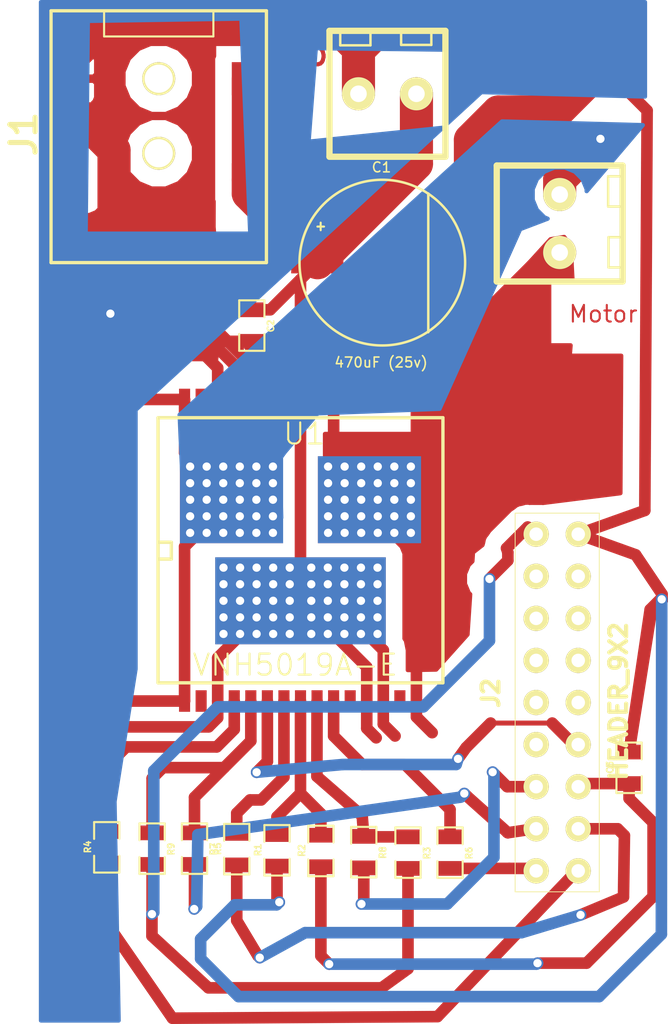
<source format=kicad_pcb>
(kicad_pcb (version 3) (host pcbnew "(2013-08-24 BZR 4298)-stable")

  (general
    (links 161)
    (no_connects 0)
    (area 0 0 0 0)
    (thickness 1.6)
    (drawings 3)
    (tracks 258)
    (zones 0)
    (modules 17)
    (nets 19)
  )

  (page A)
  (layers
    (15 F.Cu signal)
    (0 B.Cu signal)
    (16 B.Adhes user)
    (17 F.Adhes user)
    (18 B.Paste user)
    (19 F.Paste user)
    (20 B.SilkS user)
    (21 F.SilkS user)
    (22 B.Mask user)
    (23 F.Mask user)
    (24 Dwgs.User user)
    (25 Cmts.User user)
    (26 Eco1.User user)
    (27 Eco2.User user)
    (28 Edge.Cuts user)
  )

  (setup
    (last_trace_width 0.7)
    (user_trace_width 0.25)
    (user_trace_width 0.25)
    (user_trace_width 0.3)
    (user_trace_width 0.4)
    (user_trace_width 0.5)
    (user_trace_width 0.6)
    (user_trace_width 0.7)
    (user_trace_width 0.8)
    (user_trace_width 0.9)
    (user_trace_width 1)
    (user_trace_width 1.1)
    (user_trace_width 2)
    (trace_clearance 0.25)
    (zone_clearance 1)
    (zone_45_only no)
    (trace_min 0.25)
    (segment_width 0.2)
    (edge_width 0.1)
    (via_size 0.7)
    (via_drill 0.5)
    (via_min_size 0.7)
    (via_min_drill 0.5)
    (uvia_size 0.5)
    (uvia_drill 0.127)
    (uvias_allowed no)
    (uvia_min_size 0.5)
    (uvia_min_drill 0.127)
    (pcb_text_width 0.3)
    (pcb_text_size 1.5 1.5)
    (mod_edge_width 0.15)
    (mod_text_size 1 1)
    (mod_text_width 0.15)
    (pad_size 0.5 0.5)
    (pad_drill 0.5)
    (pad_to_mask_clearance 0)
    (aux_axis_origin 0 0)
    (visible_elements 7FFFFFFF)
    (pcbplotparams
      (layerselection 3178497)
      (usegerberextensions true)
      (excludeedgelayer true)
      (linewidth 0.150000)
      (plotframeref false)
      (viasonmask false)
      (mode 1)
      (useauxorigin false)
      (hpglpennumber 1)
      (hpglpenspeed 20)
      (hpglpendiameter 15)
      (hpglpenoverlay 2)
      (psnegative false)
      (psa4output false)
      (plotreference true)
      (plotvalue true)
      (plotothertext true)
      (plotinvisibletext false)
      (padsonsilk false)
      (subtractmaskfromsilk false)
      (outputformat 1)
      (mirror false)
      (drillshape 0)
      (scaleselection 1)
      (outputdirectory ""))
  )

  (net 0 "")
  (net 1 +3.3v)
  (net 2 CS)
  (net 3 CS_DIS)
  (net 4 ENA_DIAGA)
  (net 5 ENB_DIAGB)
  (net 6 GND)
  (net 7 ICSPCLK_M1-)
  (net 8 ICSPDAT_M1+)
  (net 9 Motor1OutA)
  (net 10 Motor1OutB)
  (net 11 N-0000010)
  (net 12 N-0000013)
  (net 13 N-0000014)
  (net 14 N-0000015)
  (net 15 N-0000016)
  (net 16 N-0000017)
  (net 17 PWM)
  (net 18 Vin)

  (net_class Default "This is the default net class."
    (clearance 0.25)
    (trace_width 0.25)
    (via_dia 0.7)
    (via_drill 0.5)
    (uvia_dia 0.5)
    (uvia_drill 0.127)
    (add_net "")
    (add_net +3.3v)
    (add_net CS)
    (add_net CS_DIS)
    (add_net ENA_DIAGA)
    (add_net ENB_DIAGB)
    (add_net GND)
    (add_net ICSPCLK_M1-)
    (add_net ICSPDAT_M1+)
    (add_net Motor1OutA)
    (add_net Motor1OutB)
    (add_net N-0000010)
    (add_net N-0000013)
    (add_net N-0000014)
    (add_net N-0000015)
    (add_net N-0000016)
    (add_net N-0000017)
    (add_net PWM)
    (add_net Vin)
  )

  (module TED_TERMINAL_3.5MM_2PIN_TOP_SIDE (layer F.Cu) (tedit 5271EADA) (tstamp 5270943F)
    (at 162.39 85.5 270)
    (path /525F7807)
    (fp_text reference J4 (at 0.20066 -5.40004 270) (layer F.SilkS) hide
      (effects (font (thickness 0.3048)))
    )
    (fp_text value TRM_3.5MM_2P (at 0.29972 5.6007 270) (layer F.SilkS) hide
      (effects (font (size 1.016 1.016) (thickness 0.254)))
    )
    (fp_line (start 2.65 -2.95) (end 2.65 -3.775) (layer F.SilkS) (width 0.15))
    (fp_line (start 0.825 -2.95) (end 2.65 -2.95) (layer F.SilkS) (width 0.15))
    (fp_line (start 0.825 -3.75) (end 0.825 -2.95) (layer F.SilkS) (width 0.15))
    (fp_line (start -2.85 -3.725) (end -2.85 -2.925) (layer F.SilkS) (width 0.15))
    (fp_line (start -2.85 -2.925) (end -1.025 -2.925) (layer F.SilkS) (width 0.15))
    (fp_line (start -1.025 -2.925) (end -1.025 -3.75) (layer F.SilkS) (width 0.15))
    (fp_line (start -3.50012 -3.79984) (end -3.50012 3.79984) (layer F.SilkS) (width 0.381))
    (fp_line (start -3.50012 3.79984) (end 3.50012 3.79984) (layer F.SilkS) (width 0.381))
    (fp_line (start 3.50012 3.79984) (end 3.50012 -3.79984) (layer F.SilkS) (width 0.381))
    (fp_line (start 3.50012 -3.79984) (end -3.50012 -3.79984) (layer F.SilkS) (width 0.381))
    (pad 2 thru_hole circle (at -1.75006 0 270) (size 2 2) (drill 1)
      (layers *.Mask F.Cu F.SilkS)
      (net 9 Motor1OutA)
      (zone_connect 2)
    )
    (pad 1 thru_hole circle (at 1.75006 0 270) (size 2 2) (drill 1)
      (layers *.Mask F.Cu F.SilkS)
      (net 10 Motor1OutB)
      (zone_connect 2)
    )
  )

  (module TED_TERMINAL_3.5MM_2PIN_TOP_SIDE (layer F.Cu) (tedit 52709053) (tstamp 52709430)
    (at 151.99 77.67)
    (path /525F7744)
    (fp_text reference J3 (at 0.20066 -5.40004) (layer F.SilkS) hide
      (effects (font (thickness 0.3048)))
    )
    (fp_text value TRM_3.5MM_2P (at 0.29972 5.6007) (layer F.SilkS) hide
      (effects (font (size 1.016 1.016) (thickness 0.254)))
    )
    (fp_line (start 2.65 -2.95) (end 2.65 -3.775) (layer F.SilkS) (width 0.15))
    (fp_line (start 0.825 -2.95) (end 2.65 -2.95) (layer F.SilkS) (width 0.15))
    (fp_line (start 0.825 -3.75) (end 0.825 -2.95) (layer F.SilkS) (width 0.15))
    (fp_line (start -2.85 -3.725) (end -2.85 -2.925) (layer F.SilkS) (width 0.15))
    (fp_line (start -2.85 -2.925) (end -1.025 -2.925) (layer F.SilkS) (width 0.15))
    (fp_line (start -1.025 -2.925) (end -1.025 -3.75) (layer F.SilkS) (width 0.15))
    (fp_line (start -3.50012 -3.79984) (end -3.50012 3.79984) (layer F.SilkS) (width 0.381))
    (fp_line (start -3.50012 3.79984) (end 3.50012 3.79984) (layer F.SilkS) (width 0.381))
    (fp_line (start 3.50012 3.79984) (end 3.50012 -3.79984) (layer F.SilkS) (width 0.381))
    (fp_line (start 3.50012 -3.79984) (end -3.50012 -3.79984) (layer F.SilkS) (width 0.381))
    (pad 2 thru_hole circle (at -1.75006 0) (size 2 2) (drill 1)
      (layers *.Mask F.Cu F.SilkS)
      (net 6 GND)
      (clearance 0.75)
    )
    (pad 1 thru_hole circle (at 1.75006 0) (size 2 2) (drill 1)
      (layers *.Mask F.Cu F.SilkS)
      (net 18 Vin)
      (clearance 0.75)
    )
  )

  (module TED_SM0805 (layer F.Cu) (tedit 522E5F71) (tstamp 527089B1)
    (at 137.78 123.23 270)
    (path /5260A836)
    (attr smd)
    (fp_text reference R9 (at 0.0254 -1.14808 270) (layer F.SilkS)
      (effects (font (size 0.381 0.381) (thickness 0.09398)))
    )
    (fp_text value 3.3k (at 0.10668 1.19888 270) (layer F.SilkS) hide
      (effects (font (size 0.381 0.381) (thickness 0.09398)))
    )
    (fp_line (start -0.508 0.762) (end -1.524 0.762) (layer F.SilkS) (width 0.127))
    (fp_line (start -1.524 0.762) (end -1.524 -0.762) (layer F.SilkS) (width 0.127))
    (fp_line (start -1.524 -0.762) (end -0.508 -0.762) (layer F.SilkS) (width 0.127))
    (fp_line (start 0.508 -0.762) (end 1.524 -0.762) (layer F.SilkS) (width 0.127))
    (fp_line (start 1.524 -0.762) (end 1.524 0.762) (layer F.SilkS) (width 0.127))
    (fp_line (start 1.524 0.762) (end 0.508 0.762) (layer F.SilkS) (width 0.127))
    (pad 1 smd rect (at -0.9525 0 270) (size 0.889 1.397)
      (layers F.Cu F.Paste F.Mask)
      (net 4 ENA_DIAGA)
    )
    (pad 2 smd rect (at 0.9525 0 270) (size 0.889 1.397)
      (layers F.Cu F.Paste F.Mask)
      (net 1 +3.3v)
    )
    (model smd/chip_cms.wrl
      (at (xyz 0 0 0))
      (scale (xyz 0.1 0.1 0.1))
      (rotate (xyz 0 0 0))
    )
  )

  (module TED_SM0805 (layer F.Cu) (tedit 522E5F71) (tstamp 527089A6)
    (at 150.56 123.44 270)
    (path /5260A794)
    (attr smd)
    (fp_text reference R8 (at 0.0254 -1.14808 270) (layer F.SilkS)
      (effects (font (size 0.381 0.381) (thickness 0.09398)))
    )
    (fp_text value 1k (at 0.10668 1.19888 270) (layer F.SilkS) hide
      (effects (font (size 0.381 0.381) (thickness 0.09398)))
    )
    (fp_line (start -0.508 0.762) (end -1.524 0.762) (layer F.SilkS) (width 0.127))
    (fp_line (start -1.524 0.762) (end -1.524 -0.762) (layer F.SilkS) (width 0.127))
    (fp_line (start -1.524 -0.762) (end -0.508 -0.762) (layer F.SilkS) (width 0.127))
    (fp_line (start 0.508 -0.762) (end 1.524 -0.762) (layer F.SilkS) (width 0.127))
    (fp_line (start 1.524 -0.762) (end 1.524 0.762) (layer F.SilkS) (width 0.127))
    (fp_line (start 1.524 0.762) (end 0.508 0.762) (layer F.SilkS) (width 0.127))
    (pad 1 smd rect (at -0.9525 0 270) (size 0.889 1.397)
      (layers F.Cu F.Paste F.Mask)
      (net 5 ENB_DIAGB)
    )
    (pad 2 smd rect (at 0.9525 0 270) (size 0.889 1.397)
      (layers F.Cu F.Paste F.Mask)
      (net 16 N-0000017)
    )
    (model smd/chip_cms.wrl
      (at (xyz 0 0 0))
      (scale (xyz 0.1 0.1 0.1))
      (rotate (xyz 0 0 0))
    )
  )

  (module TED_SM0805 (layer F.Cu) (tedit 522E5F71) (tstamp 5270899B)
    (at 140.34 123.23 270)
    (path /5260A78D)
    (attr smd)
    (fp_text reference R7 (at 0.0254 -1.14808 270) (layer F.SilkS)
      (effects (font (size 0.381 0.381) (thickness 0.09398)))
    )
    (fp_text value 1k (at 0.10668 1.19888 270) (layer F.SilkS) hide
      (effects (font (size 0.381 0.381) (thickness 0.09398)))
    )
    (fp_line (start -0.508 0.762) (end -1.524 0.762) (layer F.SilkS) (width 0.127))
    (fp_line (start -1.524 0.762) (end -1.524 -0.762) (layer F.SilkS) (width 0.127))
    (fp_line (start -1.524 -0.762) (end -0.508 -0.762) (layer F.SilkS) (width 0.127))
    (fp_line (start 0.508 -0.762) (end 1.524 -0.762) (layer F.SilkS) (width 0.127))
    (fp_line (start 1.524 -0.762) (end 1.524 0.762) (layer F.SilkS) (width 0.127))
    (fp_line (start 1.524 0.762) (end 0.508 0.762) (layer F.SilkS) (width 0.127))
    (pad 1 smd rect (at -0.9525 0 270) (size 0.889 1.397)
      (layers F.Cu F.Paste F.Mask)
      (net 4 ENA_DIAGA)
    )
    (pad 2 smd rect (at 0.9525 0 270) (size 0.889 1.397)
      (layers F.Cu F.Paste F.Mask)
      (net 15 N-0000016)
    )
    (model smd/chip_cms.wrl
      (at (xyz 0 0 0))
      (scale (xyz 0.1 0.1 0.1))
      (rotate (xyz 0 0 0))
    )
  )

  (module TED_SM0805 (layer F.Cu) (tedit 522E5F71) (tstamp 52708990)
    (at 155.77 123.47 270)
    (path /5260A77F)
    (attr smd)
    (fp_text reference R6 (at 0.0254 -1.14808 270) (layer F.SilkS)
      (effects (font (size 0.381 0.381) (thickness 0.09398)))
    )
    (fp_text value 1k (at 0.10668 1.19888 270) (layer F.SilkS) hide
      (effects (font (size 0.381 0.381) (thickness 0.09398)))
    )
    (fp_line (start -0.508 0.762) (end -1.524 0.762) (layer F.SilkS) (width 0.127))
    (fp_line (start -1.524 0.762) (end -1.524 -0.762) (layer F.SilkS) (width 0.127))
    (fp_line (start -1.524 -0.762) (end -0.508 -0.762) (layer F.SilkS) (width 0.127))
    (fp_line (start 0.508 -0.762) (end 1.524 -0.762) (layer F.SilkS) (width 0.127))
    (fp_line (start 1.524 -0.762) (end 1.524 0.762) (layer F.SilkS) (width 0.127))
    (fp_line (start 1.524 0.762) (end 0.508 0.762) (layer F.SilkS) (width 0.127))
    (pad 1 smd rect (at -0.9525 0 270) (size 0.889 1.397)
      (layers F.Cu F.Paste F.Mask)
      (net 7 ICSPCLK_M1-)
    )
    (pad 2 smd rect (at 0.9525 0 270) (size 0.889 1.397)
      (layers F.Cu F.Paste F.Mask)
      (net 13 N-0000014)
    )
    (model smd/chip_cms.wrl
      (at (xyz 0 0 0))
      (scale (xyz 0.1 0.1 0.1))
      (rotate (xyz 0 0 0))
    )
  )

  (module TED_SM0805 (layer F.Cu) (tedit 522E5F71) (tstamp 52708985)
    (at 142.89 123.26 90)
    (path /5260A785)
    (attr smd)
    (fp_text reference R5 (at 0.0254 -1.14808 90) (layer F.SilkS)
      (effects (font (size 0.381 0.381) (thickness 0.09398)))
    )
    (fp_text value 1k (at 0.10668 1.19888 90) (layer F.SilkS) hide
      (effects (font (size 0.381 0.381) (thickness 0.09398)))
    )
    (fp_line (start -0.508 0.762) (end -1.524 0.762) (layer F.SilkS) (width 0.127))
    (fp_line (start -1.524 0.762) (end -1.524 -0.762) (layer F.SilkS) (width 0.127))
    (fp_line (start -1.524 -0.762) (end -0.508 -0.762) (layer F.SilkS) (width 0.127))
    (fp_line (start 0.508 -0.762) (end 1.524 -0.762) (layer F.SilkS) (width 0.127))
    (fp_line (start 1.524 -0.762) (end 1.524 0.762) (layer F.SilkS) (width 0.127))
    (fp_line (start 1.524 0.762) (end 0.508 0.762) (layer F.SilkS) (width 0.127))
    (pad 1 smd rect (at -0.9525 0 90) (size 0.889 1.397)
      (layers F.Cu F.Paste F.Mask)
      (net 14 N-0000015)
    )
    (pad 2 smd rect (at 0.9525 0 90) (size 0.889 1.397)
      (layers F.Cu F.Paste F.Mask)
      (net 17 PWM)
    )
    (model smd/chip_cms.wrl
      (at (xyz 0 0 0))
      (scale (xyz 0.1 0.1 0.1))
      (rotate (xyz 0 0 0))
    )
  )

  (module TED_SM0805 (layer F.Cu) (tedit 522E5F71) (tstamp 5270897A)
    (at 135.04 123.15 90)
    (path /5260A766)
    (attr smd)
    (fp_text reference R4 (at 0.0254 -1.14808 90) (layer F.SilkS)
      (effects (font (size 0.381 0.381) (thickness 0.09398)))
    )
    (fp_text value 1k (at 0.10668 1.19888 90) (layer F.SilkS) hide
      (effects (font (size 0.381 0.381) (thickness 0.09398)))
    )
    (fp_line (start -0.508 0.762) (end -1.524 0.762) (layer F.SilkS) (width 0.127))
    (fp_line (start -1.524 0.762) (end -1.524 -0.762) (layer F.SilkS) (width 0.127))
    (fp_line (start -1.524 -0.762) (end -0.508 -0.762) (layer F.SilkS) (width 0.127))
    (fp_line (start 0.508 -0.762) (end 1.524 -0.762) (layer F.SilkS) (width 0.127))
    (fp_line (start 1.524 -0.762) (end 1.524 0.762) (layer F.SilkS) (width 0.127))
    (fp_line (start 1.524 0.762) (end 0.508 0.762) (layer F.SilkS) (width 0.127))
    (pad 1 smd rect (at -0.9525 0 90) (size 0.889 1.397)
      (layers F.Cu F.Paste F.Mask)
      (net 12 N-0000013)
    )
    (pad 2 smd rect (at 0.9525 0 90) (size 0.889 1.397)
      (layers F.Cu F.Paste F.Mask)
      (net 8 ICSPDAT_M1+)
    )
    (model smd/chip_cms.wrl
      (at (xyz 0 0 0))
      (scale (xyz 0.1 0.1 0.1))
      (rotate (xyz 0 0 0))
    )
  )

  (module TED_SM0805 (layer F.Cu) (tedit 522E5F71) (tstamp 5270896F)
    (at 153.23 123.47 270)
    (path /5260A8B1)
    (attr smd)
    (fp_text reference R3 (at 0.0254 -1.14808 270) (layer F.SilkS)
      (effects (font (size 0.381 0.381) (thickness 0.09398)))
    )
    (fp_text value 3.3k (at 0.10668 1.19888 270) (layer F.SilkS) hide
      (effects (font (size 0.381 0.381) (thickness 0.09398)))
    )
    (fp_line (start -0.508 0.762) (end -1.524 0.762) (layer F.SilkS) (width 0.127))
    (fp_line (start -1.524 0.762) (end -1.524 -0.762) (layer F.SilkS) (width 0.127))
    (fp_line (start -1.524 -0.762) (end -0.508 -0.762) (layer F.SilkS) (width 0.127))
    (fp_line (start 0.508 -0.762) (end 1.524 -0.762) (layer F.SilkS) (width 0.127))
    (fp_line (start 1.524 -0.762) (end 1.524 0.762) (layer F.SilkS) (width 0.127))
    (fp_line (start 1.524 0.762) (end 0.508 0.762) (layer F.SilkS) (width 0.127))
    (pad 1 smd rect (at -0.9525 0 270) (size 0.889 1.397)
      (layers F.Cu F.Paste F.Mask)
      (net 5 ENB_DIAGB)
    )
    (pad 2 smd rect (at 0.9525 0 270) (size 0.889 1.397)
      (layers F.Cu F.Paste F.Mask)
      (net 1 +3.3v)
    )
    (model smd/chip_cms.wrl
      (at (xyz 0 0 0))
      (scale (xyz 0.1 0.1 0.1))
      (rotate (xyz 0 0 0))
    )
  )

  (module TED_SM0805 (layer F.Cu) (tedit 522E5F71) (tstamp 52708964)
    (at 147.97 123.37 90)
    (path /5260A9F1)
    (attr smd)
    (fp_text reference R2 (at 0.0254 -1.14808 90) (layer F.SilkS)
      (effects (font (size 0.381 0.381) (thickness 0.09398)))
    )
    (fp_text value 10k (at 0.10668 1.19888 90) (layer F.SilkS) hide
      (effects (font (size 0.381 0.381) (thickness 0.09398)))
    )
    (fp_line (start -0.508 0.762) (end -1.524 0.762) (layer F.SilkS) (width 0.127))
    (fp_line (start -1.524 0.762) (end -1.524 -0.762) (layer F.SilkS) (width 0.127))
    (fp_line (start -1.524 -0.762) (end -0.508 -0.762) (layer F.SilkS) (width 0.127))
    (fp_line (start 0.508 -0.762) (end 1.524 -0.762) (layer F.SilkS) (width 0.127))
    (fp_line (start 1.524 -0.762) (end 1.524 0.762) (layer F.SilkS) (width 0.127))
    (fp_line (start 1.524 0.762) (end 0.508 0.762) (layer F.SilkS) (width 0.127))
    (pad 1 smd rect (at -0.9525 0 90) (size 0.889 1.397)
      (layers F.Cu F.Paste F.Mask)
      (net 11 N-0000010)
    )
    (pad 2 smd rect (at 0.9525 0 90) (size 0.889 1.397)
      (layers F.Cu F.Paste F.Mask)
      (net 2 CS)
    )
    (model smd/chip_cms.wrl
      (at (xyz 0 0 0))
      (scale (xyz 0.1 0.1 0.1))
      (rotate (xyz 0 0 0))
    )
  )

  (module TED_SM0805 (layer F.Cu) (tedit 522E5F71) (tstamp 52708959)
    (at 145.32 123.33 90)
    (path /5260A9FD)
    (attr smd)
    (fp_text reference R1 (at 0.0254 -1.14808 90) (layer F.SilkS)
      (effects (font (size 0.381 0.381) (thickness 0.09398)))
    )
    (fp_text value 1.5k (at 0.10668 1.19888 90) (layer F.SilkS) hide
      (effects (font (size 0.381 0.381) (thickness 0.09398)))
    )
    (fp_line (start -0.508 0.762) (end -1.524 0.762) (layer F.SilkS) (width 0.127))
    (fp_line (start -1.524 0.762) (end -1.524 -0.762) (layer F.SilkS) (width 0.127))
    (fp_line (start -1.524 -0.762) (end -0.508 -0.762) (layer F.SilkS) (width 0.127))
    (fp_line (start 0.508 -0.762) (end 1.524 -0.762) (layer F.SilkS) (width 0.127))
    (fp_line (start 1.524 -0.762) (end 1.524 0.762) (layer F.SilkS) (width 0.127))
    (fp_line (start 1.524 0.762) (end 0.508 0.762) (layer F.SilkS) (width 0.127))
    (pad 1 smd rect (at -0.9525 0 90) (size 0.889 1.397)
      (layers F.Cu F.Paste F.Mask)
      (net 6 GND)
    )
    (pad 2 smd rect (at 0.9525 0 90) (size 0.889 1.397)
      (layers F.Cu F.Paste F.Mask)
      (net 2 CS)
    )
    (model smd/chip_cms.wrl
      (at (xyz 0 0 0))
      (scale (xyz 0.1 0.1 0.1))
      (rotate (xyz 0 0 0))
    )
  )

  (module TED_SM0805 (layer F.Cu) (tedit 522E5F71) (tstamp 52708ADC)
    (at 166.58 118.35 90)
    (path /5260AA63)
    (attr smd)
    (fp_text reference C3 (at 0.0254 -1.14808 90) (layer F.SilkS)
      (effects (font (size 0.381 0.381) (thickness 0.09398)))
    )
    (fp_text value 33nF (at 0.10668 1.19888 90) (layer F.SilkS) hide
      (effects (font (size 0.381 0.381) (thickness 0.09398)))
    )
    (fp_line (start -0.508 0.762) (end -1.524 0.762) (layer F.SilkS) (width 0.127))
    (fp_line (start -1.524 0.762) (end -1.524 -0.762) (layer F.SilkS) (width 0.127))
    (fp_line (start -1.524 -0.762) (end -0.508 -0.762) (layer F.SilkS) (width 0.127))
    (fp_line (start 0.508 -0.762) (end 1.524 -0.762) (layer F.SilkS) (width 0.127))
    (fp_line (start 1.524 -0.762) (end 1.524 0.762) (layer F.SilkS) (width 0.127))
    (fp_line (start 1.524 0.762) (end 0.508 0.762) (layer F.SilkS) (width 0.127))
    (pad 1 smd rect (at -0.9525 0 90) (size 0.889 1.397)
      (layers F.Cu F.Paste F.Mask)
      (net 11 N-0000010)
    )
    (pad 2 smd rect (at 0.9525 0 90) (size 0.889 1.397)
      (layers F.Cu F.Paste F.Mask)
      (net 6 GND)
    )
    (model smd/chip_cms.wrl
      (at (xyz 0 0 0))
      (scale (xyz 0.1 0.1 0.1))
      (rotate (xyz 0 0 0))
    )
  )

  (module TED_SM0805 (layer F.Cu) (tedit 522E5F71) (tstamp 52708943)
    (at 143.8 91.66 270)
    (path /5260B0D0)
    (attr smd)
    (fp_text reference C2 (at 0.0254 -1.14808 270) (layer F.SilkS)
      (effects (font (size 0.381 0.381) (thickness 0.09398)))
    )
    (fp_text value ".1uF (25v)" (at 0.10668 1.19888 270) (layer F.SilkS) hide
      (effects (font (size 0.381 0.381) (thickness 0.09398)))
    )
    (fp_line (start -0.508 0.762) (end -1.524 0.762) (layer F.SilkS) (width 0.127))
    (fp_line (start -1.524 0.762) (end -1.524 -0.762) (layer F.SilkS) (width 0.127))
    (fp_line (start -1.524 -0.762) (end -0.508 -0.762) (layer F.SilkS) (width 0.127))
    (fp_line (start 0.508 -0.762) (end 1.524 -0.762) (layer F.SilkS) (width 0.127))
    (fp_line (start 1.524 -0.762) (end 1.524 0.762) (layer F.SilkS) (width 0.127))
    (fp_line (start 1.524 0.762) (end 0.508 0.762) (layer F.SilkS) (width 0.127))
    (pad 1 smd rect (at -0.9525 0 270) (size 0.889 1.397)
      (layers F.Cu F.Paste F.Mask)
      (net 18 Vin)
    )
    (pad 2 smd rect (at 0.9525 0 270) (size 0.889 1.397)
      (layers F.Cu F.Paste F.Mask)
      (net 6 GND)
    )
    (model smd/chip_cms.wrl
      (at (xyz 0 0 0))
      (scale (xyz 0.1 0.1 0.1))
      (rotate (xyz 0 0 0))
    )
  )

  (module TED_HEADER_9x2_TOP (layer F.Cu) (tedit 52504B25) (tstamp 52708252)
    (at 162.24 114.41 90)
    (path /5250399A)
    (fp_text reference J2 (at 0.57658 -4.00812 90) (layer F.SilkS)
      (effects (font (size 1.016 1.016) (thickness 0.254)))
    )
    (fp_text value HEADER_9X2 (at 0.07366 3.70332 90) (layer F.SilkS)
      (effects (font (size 1.016 1.016) (thickness 0.254)))
    )
    (fp_line (start -11.43 -2.54) (end 11.43 -2.54) (layer F.SilkS) (width 0.0508))
    (fp_line (start 11.43 2.54) (end -11.43 2.54) (layer F.SilkS) (width 0.0508))
    (fp_line (start -11.425 2.54) (end -11.425 -2.54) (layer F.SilkS) (width 0.0508))
    (fp_line (start 11.43 -2.54) (end 11.43 2.54) (layer F.SilkS) (width 0.0508))
    (pad 13 thru_hole circle (at 2.54 -1.27 90) (size 1.524 1.524) (drill 0.8128)
      (layers F.Cu F.SilkS F.Mask)
      (clearance 0.25)
    )
    (pad 12 thru_hole circle (at 5.08 -1.27 90) (size 1.524 1.524) (drill 0.8128)
      (layers F.Cu F.SilkS F.Mask)
      (clearance 0.25)
    )
    (pad 11 thru_hole circle (at 7.62 -1.27 90) (size 1.524 1.524) (drill 0.8128)
      (layers F.Cu F.SilkS F.Mask)
      (clearance 0.25)
    )
    (pad 10 thru_hole circle (at 10.16 -1.27 90) (size 1.524 1.524) (drill 0.8128)
      (layers F.Cu F.SilkS F.Mask)
      (net 1 +3.3v)
      (clearance 0.25)
    )
    (pad 9 thru_hole circle (at 10.16 1.27 90) (size 1.524 1.524) (drill 0.8128)
      (layers F.Cu F.SilkS F.Mask)
      (net 6 GND)
      (clearance 0.25)
    )
    (pad 8 thru_hole circle (at 7.62 1.27 90) (size 1.524 1.524) (drill 0.8128)
      (layers F.Cu F.SilkS F.Mask)
      (clearance 0.25)
    )
    (pad 7 thru_hole circle (at 5.08 1.27 90) (size 1.524 1.524) (drill 0.8128)
      (layers F.Cu F.SilkS F.Mask)
      (clearance 0.25)
    )
    (pad 6 thru_hole circle (at 2.54 1.27 90) (size 1.524 1.524) (drill 0.8128)
      (layers F.Cu F.SilkS F.Mask)
      (clearance 0.25)
    )
    (pad 1 thru_hole circle (at -10.16 1.27 90) (size 1.524 1.524) (drill 0.8128)
      (layers F.Cu F.SilkS F.Mask)
      (net 12 N-0000013)
      (clearance 0.25)
    )
    (pad 2 thru_hole circle (at -7.62 1.27 90) (size 1.524 1.524) (drill 0.8128)
      (layers F.Cu F.SilkS F.Mask)
      (net 14 N-0000015)
      (clearance 0.25)
    )
    (pad 3 thru_hole circle (at -5.08 1.27 90) (size 1.524 1.524) (drill 0.8128)
      (layers F.Cu F.SilkS F.Mask)
      (net 11 N-0000010)
      (clearance 0.25)
    )
    (pad 4 thru_hole circle (at -2.54 1.27 90) (size 1.524 1.524) (drill 0.8128)
      (layers F.Cu F.SilkS F.Mask)
      (net 3 CS_DIS)
      (clearance 0.25)
    )
    (pad 5 thru_hole circle (at 0 1.27 90) (size 1.524 1.524) (drill 0.8128)
      (layers F.Cu F.SilkS F.Mask)
      (clearance 0.25)
    )
    (pad 14 thru_hole circle (at 0 -1.27 90) (size 1.524 1.524) (drill 0.8128)
      (layers F.Cu F.SilkS F.Mask)
      (clearance 0.25)
    )
    (pad 15 thru_hole circle (at -2.54 -1.27 90) (size 1.524 1.524) (drill 0.8128)
      (layers F.Cu F.SilkS F.Mask)
      (clearance 0.25)
    )
    (pad 16 thru_hole circle (at -5.08 -1.27 90) (size 1.524 1.524) (drill 0.8128)
      (layers F.Cu F.SilkS F.Mask)
      (net 16 N-0000017)
      (clearance 0.25)
    )
    (pad 17 thru_hole circle (at -7.62 -1.27 90) (size 1.524 1.524) (drill 0.8128)
      (layers F.Cu F.SilkS F.Mask)
      (net 15 N-0000016)
      (clearance 0.25)
    )
    (pad 18 thru_hole circle (at -10.16 -1.27 90) (size 1.524 1.524) (drill 0.8128)
      (layers F.Cu F.SilkS F.Mask)
      (net 13 N-0000014)
      (clearance 0.25)
    )
  )

  (module TED_DC_2.1mm_SMT (layer F.Cu) (tedit 526E8100) (tstamp 52708238)
    (at 138.18 80.26 90)
    (path /52503907)
    (fp_text reference J1 (at 0.15748 -8.15848 90) (layer F.SilkS)
      (effects (font (thickness 0.3048)))
    )
    (fp_text value DC_2.1MM (at 0.1016 8.49884 90) (layer F.SilkS) hide
      (effects (font (thickness 0.3048)))
    )
    (fp_line (start 7.6 -3.3) (end 6.05 -3.3) (layer F.SilkS) (width 0.127))
    (fp_line (start 6.05 -3.3) (end 6.05 3.3) (layer F.SilkS) (width 0.127))
    (fp_line (start 6.05 3.3) (end 7.575 3.3) (layer F.SilkS) (width 0.127))
    (fp_line (start -7.59968 -6.5024) (end 7.59968 -6.5024) (layer F.SilkS) (width 0.20066))
    (fp_line (start 7.59968 -6.5024) (end 7.59968 6.5024) (layer F.SilkS) (width 0.20066))
    (fp_line (start 7.59968 6.5024) (end -7.59968 6.5024) (layer F.SilkS) (width 0.20066))
    (fp_line (start -7.59968 6.5024) (end -7.59968 -6.5024) (layer F.SilkS) (width 0.20066))
    (pad 4 thru_hole circle (at -1.00076 0 90) (size 1.99898 1.99898) (drill 1.69926)
      (layers *.Mask F.Cu F.SilkS)
    )
    (pad 1 smd rect (at 3.50012 5.4102 90) (size 1.99898 1.99898)
      (layers F.Cu F.Paste F.Mask)
      (net 18 Vin)
    )
    (pad 1 smd rect (at -2.60096 5.4102 90) (size 1.99898 1.99898)
      (layers F.Cu F.Paste F.Mask)
      (net 18 Vin)
    )
    (pad 2 smd rect (at 3.50012 -5.41528 90) (size 1.99898 1.99898)
      (layers F.Cu F.Paste F.Mask)
      (net 6 GND)
    )
    (pad 3 smd rect (at -2.60096 -5.41528 90) (size 1.99898 1.99898)
      (layers F.Cu F.Paste F.Mask)
    )
    (pad 4 thru_hole circle (at 3.50012 0 90) (size 1.99898 1.99898) (drill 1.69926)
      (layers *.Mask F.Cu F.SilkS)
    )
  )

  (module TED_SM10mmx10mm_POL (layer F.Cu) (tedit 5260BFC4) (tstamp 5270820F)
    (at 151.68 87.86)
    (path /5260AD58)
    (fp_text reference C1 (at -0.05 -5.75) (layer F.SilkS)
      (effects (font (size 0.6 0.6) (thickness 0.09398)))
    )
    (fp_text value "470uF (25v)" (at -0.075 6.025) (layer F.SilkS)
      (effects (font (size 0.6 0.6) (thickness 0.09398)))
    )
    (fp_line (start 2.775 -4.175) (end 2.775 4.2) (layer F.SilkS) (width 0.15))
    (fp_circle (center 0 0) (end 0.05 -5) (layer F.SilkS) (width 0.15))
    (fp_line (start -3.7222 -1.9558) (end -3.7222 -2.413) (layer F.SilkS) (width 0.127))
    (fp_line (start -3.91778 -2.17424) (end -3.519 -2.17424) (layer F.SilkS) (width 0.127))
    (pad 1 smd rect (at -3.925 0) (size 3.15 1.3)
      (layers F.Cu F.Paste F.Mask)
      (net 18 Vin)
    )
    (pad 2 smd rect (at 3.925 0) (size 3.15 1.3)
      (layers F.Cu F.Paste F.Mask)
      (net 6 GND)
    )
  )

  (module TED_MultiPowerSO-30 (layer F.Cu) (tedit 5270A0CE) (tstamp 5270836C)
    (at 146.74 105.22)
    (descr "Module CMS SOJ 16 pins tres large")
    (tags "CMS SOJ")
    (path /525F77E9)
    (attr smd)
    (fp_text reference U1 (at 0.225 -7.025) (layer F.SilkS)
      (effects (font (size 1.27 1.27) (thickness 0.127)))
    )
    (fp_text value VNH5019A-E (at -0.325 6.925) (layer F.SilkS)
      (effects (font (size 1.27 1.27) (thickness 0.127)))
    )
    (fp_line (start -8.6 8) (end -8.6 -8) (layer F.SilkS) (width 0.2032))
    (fp_line (start 8.6 -8) (end 8.6 8) (layer F.SilkS) (width 0.2032))
    (fp_line (start -8.6 -8) (end 8.6 -8) (layer F.SilkS) (width 0.2032))
    (fp_line (start 8.6 8) (end -8.6 8) (layer F.SilkS) (width 0.2032))
    (fp_line (start -8.561 -0.483) (end -7.799 -0.483) (layer F.SilkS) (width 0.2032))
    (fp_line (start -7.799 -0.483) (end -7.799 0.533) (layer F.SilkS) (width 0.2032))
    (fp_line (start -7.799 0.533) (end -8.561 0.533) (layer F.SilkS) (width 0.2032))
    (pad 22 smd rect (at 1 -9.1) (size 0.67 1.3)
      (layers F.Cu F.Paste F.Mask)
    )
    (pad 21 smd rect (at 2 -9.1) (size 0.67 1.3)
      (layers F.Cu F.Paste F.Mask)
      (net 10 Motor1OutB)
    )
    (pad 20 smd rect (at 3 -9.1) (size 0.67 1.3)
      (layers F.Cu F.Paste F.Mask)
      (net 6 GND)
    )
    (pad 19 smd rect (at 4 -9.1) (size 0.67 1.3)
      (layers F.Cu F.Paste F.Mask)
      (net 6 GND)
    )
    (pad 18 smd rect (at 5 -9.1) (size 0.67 1.3)
      (layers F.Cu F.Paste F.Mask)
      (net 6 GND)
    )
    (pad 17 smd rect (at 6 -9.1) (size 0.67 1.3)
      (layers F.Cu F.Paste F.Mask)
    )
    (pad 16 smd rect (at 7 -9.1) (size 0.67 1.3)
      (layers F.Cu F.Paste F.Mask)
      (net 10 Motor1OutB)
      (zone_connect 2)
    )
    (pad 15 smd rect (at 7 9.1) (size 0.67 1.3)
      (layers F.Cu F.Paste F.Mask)
      (net 10 Motor1OutB)
    )
    (pad 14 smd rect (at 6 9.1) (size 0.67 1.3)
      (layers F.Cu F.Paste F.Mask)
    )
    (pad 13 smd rect (at 5 9.1) (size 0.67 1.3)
      (layers F.Cu F.Paste F.Mask)
      (net 18 Vin)
    )
    (pad 12 smd rect (at 4 9.1) (size 0.67 1.3)
      (layers F.Cu F.Paste F.Mask)
      (net 18 Vin)
    )
    (pad 11 smd rect (at 3 9.1) (size 0.67 1.3)
      (layers F.Cu F.Paste F.Mask)
    )
    (pad 10 smd rect (at 2 9.1) (size 0.67 1.3)
      (layers F.Cu F.Paste F.Mask)
      (net 7 ICSPCLK_M1-)
    )
    (pad 9 smd rect (at 1 9.1) (size 0.67 1.3)
      (layers F.Cu F.Paste F.Mask)
      (net 5 ENB_DIAGB)
    )
    (pad 1 smd rect (at -7 9.1) (size 0.67 1.3)
      (layers F.Cu F.Paste F.Mask)
      (net 9 Motor1OutA)
    )
    (pad 2 smd rect (at -6 9.1) (size 0.67 1.3)
      (layers F.Cu F.Paste F.Mask)
    )
    (pad 3 smd rect (at -5 9.1) (size 0.67 1.3)
      (layers F.Cu F.Paste F.Mask)
      (net 18 Vin)
    )
    (pad 4 smd rect (at -4 9.1) (size 0.67 1.3)
      (layers F.Cu F.Paste F.Mask)
      (net 8 ICSPDAT_M1+)
    )
    (pad 5 smd rect (at -3 9.1) (size 0.67 1.3)
      (layers F.Cu F.Paste F.Mask)
      (net 4 ENA_DIAGA)
    )
    (pad 6 smd rect (at -2 9.1) (size 0.67 1.3)
      (layers F.Cu F.Paste F.Mask)
      (net 3 CS_DIS)
    )
    (pad 7 smd rect (at -1 9.1) (size 0.67 1.3)
      (layers F.Cu F.Paste F.Mask)
      (net 17 PWM)
    )
    (pad 8 smd rect (at 0 9.1) (size 0.67 1.3)
      (layers F.Cu F.Paste F.Mask)
      (net 2 CS)
    )
    (pad 23 smd rect (at 0 -9.1) (size 0.67 1.3)
      (layers F.Cu F.Paste F.Mask)
      (net 18 Vin)
    )
    (pad 24 smd rect (at -1 -9.1) (size 0.67 1.3)
      (layers F.Cu F.Paste F.Mask)
    )
    (pad 25 smd rect (at -2 -9.1) (size 0.67 1.3)
      (layers F.Cu F.Paste F.Mask)
      (net 9 Motor1OutA)
    )
    (pad 26 smd rect (at -3 -9.1) (size 0.67 1.3)
      (layers F.Cu F.Paste F.Mask)
      (net 6 GND)
    )
    (pad 27 smd rect (at -4 -9.1) (size 0.67 1.3)
      (layers F.Cu F.Paste F.Mask)
      (net 6 GND)
    )
    (pad 28 smd rect (at -5 -9.1) (size 0.67 1.3)
      (layers F.Cu F.Paste F.Mask)
      (net 6 GND)
    )
    (pad 29 smd rect (at -6 -9.1) (size 0.67 1.3)
      (layers F.Cu F.Paste F.Mask)
    )
    (pad 30 smd rect (at -7 -9.1) (size 0.67 1.3)
      (layers F.Cu F.Paste F.Mask)
      (net 9 Motor1OutA)
    )
    (pad 33 smd rect (at -4.165 -3.05) (size 6.23 5.25)
      (layers F.Cu F.Paste F.Mask)
      (net 9 Motor1OutA)
      (zone_connect 2)
    )
    (pad 32 smd rect (at 4.165 -3.05) (size 6.23 5.25)
      (layers F.Cu F.Paste F.Mask)
      (net 10 Motor1OutB)
      (zone_connect 2)
    )
    (pad 31 smd rect (at 0 3.05) (size 10.3 5.25)
      (layers F.Cu F.Paste F.Mask)
      (net 18 Vin)
      (zone_connect 2)
    )
    (pad 33 thru_hole circle (at -6.665 -5.05) (size 0.5 0.5) (drill 0.5)
      (layers *.Cu)
      (net 9 Motor1OutA)
      (zone_connect 2)
    )
    (pad 33 thru_hole circle (at -5.665 -5.05) (size 0.5 0.5) (drill 0.5)
      (layers *.Cu)
      (net 9 Motor1OutA)
      (zone_connect 2)
    )
    (pad 33 thru_hole circle (at -4.665 -5.05) (size 0.5 0.5) (drill 0.5)
      (layers *.Cu)
      (net 9 Motor1OutA)
      (zone_connect 2)
    )
    (pad 33 thru_hole circle (at -3.665 -5.05) (size 0.5 0.5) (drill 0.5)
      (layers *.Cu)
      (net 9 Motor1OutA)
      (zone_connect 2)
    )
    (pad 33 thru_hole circle (at -2.665 -5.05) (size 0.5 0.5) (drill 0.5)
      (layers *.Cu)
      (net 9 Motor1OutA)
      (zone_connect 2)
    )
    (pad 33 thru_hole circle (at -1.665 -5.05) (size 0.5 0.5) (drill 0.5)
      (layers *.Cu)
      (net 9 Motor1OutA)
      (zone_connect 2)
    )
    (pad 32 thru_hole circle (at 6.665 -5.05) (size 0.5 0.5) (drill 0.5)
      (layers *.Cu)
      (net 10 Motor1OutB)
      (zone_connect 2)
    )
    (pad 32 thru_hole circle (at 5.665 -5.05) (size 0.5 0.5) (drill 0.5)
      (layers *.Cu)
      (net 10 Motor1OutB)
      (zone_connect 2)
    )
    (pad 32 thru_hole circle (at 4.665 -5.05) (size 0.5 0.5) (drill 0.5)
      (layers *.Cu)
      (net 10 Motor1OutB)
      (zone_connect 2)
    )
    (pad 32 thru_hole circle (at 3.665 -5.05) (size 0.5 0.5) (drill 0.5)
      (layers *.Cu)
      (net 10 Motor1OutB)
      (zone_connect 2)
    )
    (pad 32 thru_hole circle (at 2.665 -5.05) (size 0.5 0.5) (drill 0.5)
      (layers *.Cu)
      (net 10 Motor1OutB)
      (zone_connect 2)
    )
    (pad 32 thru_hole circle (at 1.665 -5.05) (size 0.5 0.5) (drill 0.5)
      (layers *.Cu)
      (net 10 Motor1OutB)
      (zone_connect 2)
    )
    (pad 32 thru_hole circle (at 6.665 -4.05) (size 0.5 0.5) (drill 0.5)
      (layers *.Cu)
      (net 10 Motor1OutB)
      (zone_connect 2)
    )
    (pad 32 thru_hole circle (at 5.665 -4.05) (size 0.5 0.5) (drill 0.5)
      (layers *.Cu)
      (net 10 Motor1OutB)
      (zone_connect 2)
    )
    (pad 32 thru_hole circle (at 4.665 -4.05) (size 0.5 0.5) (drill 0.5)
      (layers *.Cu)
      (net 10 Motor1OutB)
      (zone_connect 2)
    )
    (pad 32 thru_hole circle (at 3.665 -4.05) (size 0.5 0.5) (drill 0.5)
      (layers *.Cu)
      (net 10 Motor1OutB)
      (zone_connect 2)
    )
    (pad 32 thru_hole circle (at 2.665 -4.05) (size 0.5 0.5) (drill 0.5)
      (layers *.Cu)
      (net 10 Motor1OutB)
      (zone_connect 2)
    )
    (pad 32 thru_hole circle (at 1.665 -4.05) (size 0.5 0.5) (drill 0.5)
      (layers *.Cu)
      (net 10 Motor1OutB)
      (zone_connect 2)
    )
    (pad 33 thru_hole circle (at -1.665 -4.05) (size 0.5 0.5) (drill 0.5)
      (layers *.Cu)
      (net 9 Motor1OutA)
      (zone_connect 2)
    )
    (pad 33 thru_hole circle (at -2.665 -4.05) (size 0.5 0.5) (drill 0.5)
      (layers *.Cu)
      (net 9 Motor1OutA)
      (zone_connect 2)
    )
    (pad 33 thru_hole circle (at -3.665 -4.05) (size 0.5 0.5) (drill 0.5)
      (layers *.Cu)
      (net 9 Motor1OutA)
      (zone_connect 2)
    )
    (pad 33 thru_hole circle (at -4.665 -4.05) (size 0.5 0.5) (drill 0.5)
      (layers *.Cu)
      (net 9 Motor1OutA)
      (zone_connect 2)
    )
    (pad 33 thru_hole circle (at -5.665 -4.05) (size 0.5 0.5) (drill 0.5)
      (layers *.Cu)
      (net 9 Motor1OutA)
      (zone_connect 2)
    )
    (pad 33 thru_hole circle (at -6.665 -4.05) (size 0.5 0.5) (drill 0.5)
      (layers *.Cu)
      (net 9 Motor1OutA)
      (zone_connect 2)
    )
    (pad 32 thru_hole circle (at 1.665 -3.05) (size 0.5 0.5) (drill 0.5)
      (layers *.Cu)
      (net 10 Motor1OutB)
      (zone_connect 2)
    )
    (pad 32 thru_hole circle (at 2.665 -3.05) (size 0.5 0.5) (drill 0.5)
      (layers *.Cu)
      (net 10 Motor1OutB)
      (zone_connect 2)
    )
    (pad 32 thru_hole circle (at 3.665 -3.05) (size 0.5 0.5) (drill 0.5)
      (layers *.Cu)
      (net 10 Motor1OutB)
      (zone_connect 2)
    )
    (pad 32 thru_hole circle (at 4.665 -3.05) (size 0.5 0.5) (drill 0.5)
      (layers *.Cu)
      (net 10 Motor1OutB)
      (zone_connect 2)
    )
    (pad 32 thru_hole circle (at 5.665 -3.05) (size 0.5 0.5) (drill 0.5)
      (layers *.Cu)
      (net 10 Motor1OutB)
      (zone_connect 2)
    )
    (pad 32 thru_hole circle (at 6.665 -3.05) (size 0.5 0.5) (drill 0.5)
      (layers *.Cu)
      (net 10 Motor1OutB)
      (zone_connect 2)
    )
    (pad 33 thru_hole circle (at -1.665 -3.05) (size 0.5 0.5) (drill 0.5)
      (layers *.Cu)
      (net 9 Motor1OutA)
      (zone_connect 2)
    )
    (pad 33 thru_hole circle (at -2.665 -3.05) (size 0.5 0.5) (drill 0.5)
      (layers *.Cu)
      (net 9 Motor1OutA)
      (zone_connect 2)
    )
    (pad 33 thru_hole circle (at -3.665 -3.05) (size 0.5 0.5) (drill 0.5)
      (layers *.Cu)
      (net 9 Motor1OutA)
      (zone_connect 2)
    )
    (pad 33 thru_hole circle (at -4.665 -3.05) (size 0.5 0.5) (drill 0.5)
      (layers *.Cu)
      (net 9 Motor1OutA)
      (zone_connect 2)
    )
    (pad 33 thru_hole circle (at -5.665 -3.05) (size 0.5 0.5) (drill 0.5)
      (layers *.Cu)
      (net 9 Motor1OutA)
      (zone_connect 2)
    )
    (pad 33 thru_hole circle (at -6.665 -3.05) (size 0.5 0.5) (drill 0.5)
      (layers *.Cu)
      (net 9 Motor1OutA)
      (zone_connect 2)
    )
    (pad 33 thru_hole circle (at -6.665 -2.05) (size 0.5 0.5) (drill 0.5)
      (layers *.Cu)
      (net 9 Motor1OutA)
      (zone_connect 2)
    )
    (pad 33 thru_hole circle (at -5.665 -2.05) (size 0.5 0.5) (drill 0.5)
      (layers *.Cu)
      (net 9 Motor1OutA)
      (zone_connect 2)
    )
    (pad 33 thru_hole circle (at -4.665 -2.05) (size 0.5 0.5) (drill 0.5)
      (layers *.Cu)
      (net 9 Motor1OutA)
      (zone_connect 2)
    )
    (pad 33 thru_hole circle (at -3.665 -2.05) (size 0.5 0.5) (drill 0.5)
      (layers *.Cu)
      (net 9 Motor1OutA)
      (zone_connect 2)
    )
    (pad 33 thru_hole circle (at -2.665 -2.05) (size 0.5 0.5) (drill 0.5)
      (layers *.Cu)
      (net 9 Motor1OutA)
      (zone_connect 2)
    )
    (pad 33 thru_hole circle (at -1.665 -2.05) (size 0.5 0.5) (drill 0.5)
      (layers *.Cu)
      (net 9 Motor1OutA)
      (zone_connect 2)
    )
    (pad 32 thru_hole circle (at 1.665 -2.05) (size 0.5 0.5) (drill 0.5)
      (layers *.Cu)
      (net 10 Motor1OutB)
      (zone_connect 2)
    )
    (pad 32 thru_hole circle (at 2.665 -2.05) (size 0.5 0.5) (drill 0.5)
      (layers *.Cu)
      (net 10 Motor1OutB)
      (zone_connect 2)
    )
    (pad 32 thru_hole circle (at 3.665 -2.05) (size 0.5 0.5) (drill 0.5)
      (layers *.Cu)
      (net 10 Motor1OutB)
      (zone_connect 2)
    )
    (pad 32 thru_hole circle (at 4.665 -2.05) (size 0.5 0.5) (drill 0.5)
      (layers *.Cu)
      (net 10 Motor1OutB)
      (zone_connect 2)
    )
    (pad 32 thru_hole circle (at 5.665 -2.05) (size 0.5 0.5) (drill 0.5)
      (layers *.Cu)
      (net 10 Motor1OutB)
      (zone_connect 2)
    )
    (pad 32 thru_hole circle (at 6.665 -2.05) (size 0.5 0.5) (drill 0.5)
      (layers *.Cu)
      (net 10 Motor1OutB)
      (zone_connect 2)
    )
    (pad 33 thru_hole circle (at -6.665 -1.05) (size 0.5 0.5) (drill 0.5)
      (layers *.Cu)
      (net 9 Motor1OutA)
      (zone_connect 2)
    )
    (pad 33 thru_hole circle (at -5.665 -1.05) (size 0.5 0.5) (drill 0.5)
      (layers *.Cu)
      (net 9 Motor1OutA)
      (zone_connect 2)
    )
    (pad 33 thru_hole circle (at -4.665 -1.05) (size 0.5 0.5) (drill 0.5)
      (layers *.Cu)
      (net 9 Motor1OutA)
      (zone_connect 2)
    )
    (pad 33 thru_hole circle (at -3.665 -1.05) (size 0.5 0.5) (drill 0.5)
      (layers *.Cu)
      (net 9 Motor1OutA)
      (zone_connect 2)
    )
    (pad 33 thru_hole circle (at -2.665 -1.05) (size 0.5 0.5) (drill 0.5)
      (layers *.Cu)
      (net 9 Motor1OutA)
      (zone_connect 2)
    )
    (pad 33 thru_hole circle (at -1.665 -1.05) (size 0.5 0.5) (drill 0.5)
      (layers *.Cu)
      (net 9 Motor1OutA)
      (zone_connect 2)
    )
    (pad 32 thru_hole circle (at 1.665 -1.05) (size 0.5 0.5) (drill 0.5)
      (layers *.Cu)
      (net 10 Motor1OutB)
      (zone_connect 2)
    )
    (pad 32 thru_hole circle (at 2.665 -1.05) (size 0.5 0.5) (drill 0.5)
      (layers *.Cu)
      (net 10 Motor1OutB)
      (zone_connect 2)
    )
    (pad 32 thru_hole circle (at 3.665 -1.05) (size 0.5 0.5) (drill 0.5)
      (layers *.Cu)
      (net 10 Motor1OutB)
      (zone_connect 2)
    )
    (pad 32 thru_hole circle (at 4.665 -1.05) (size 0.5 0.5) (drill 0.5)
      (layers *.Cu)
      (net 10 Motor1OutB)
      (zone_connect 2)
    )
    (pad 32 thru_hole circle (at 5.665 -1.05) (size 0.5 0.5) (drill 0.5)
      (layers *.Cu)
      (net 10 Motor1OutB)
      (zone_connect 2)
    )
    (pad 32 thru_hole circle (at 6.665 -1.05) (size 0.5 0.5) (drill 0.5)
      (layers *.Cu)
      (net 10 Motor1OutB)
      (zone_connect 2)
    )
    (pad 31 thru_hole circle (at 1.65 1.05) (size 0.5 0.5) (drill 0.5)
      (layers *.Cu)
      (net 18 Vin)
      (zone_connect 2)
    )
    (pad 31 thru_hole circle (at 2.65 1.05) (size 0.5 0.5) (drill 0.5)
      (layers *.Cu)
      (net 18 Vin)
      (zone_connect 2)
    )
    (pad 31 thru_hole circle (at 3.65 1.05) (size 0.5 0.5) (drill 0.5)
      (layers *.Cu)
      (net 18 Vin)
      (zone_connect 2)
    )
    (pad 31 thru_hole circle (at 4.65 1.05) (size 0.5 0.5) (drill 0.5)
      (layers *.Cu)
      (net 18 Vin)
      (zone_connect 2)
    )
    (pad 31 thru_hole circle (at 4.65 2.05) (size 0.5 0.5) (drill 0.5)
      (layers *.Cu)
      (net 18 Vin)
      (zone_connect 2)
    )
    (pad 31 thru_hole circle (at 3.65 2.05) (size 0.5 0.5) (drill 0.5)
      (layers *.Cu)
      (net 18 Vin)
      (zone_connect 2)
    )
    (pad 31 thru_hole circle (at 2.65 2.05) (size 0.5 0.5) (drill 0.5)
      (layers *.Cu)
      (net 18 Vin)
      (zone_connect 2)
    )
    (pad 31 thru_hole circle (at 1.65 2.05) (size 0.5 0.5) (drill 0.5)
      (layers *.Cu)
      (net 18 Vin)
      (zone_connect 2)
    )
    (pad 31 thru_hole circle (at 4.65 3.05) (size 0.5 0.5) (drill 0.5)
      (layers *.Cu)
      (net 18 Vin)
      (zone_connect 2)
    )
    (pad 31 thru_hole circle (at 3.65 3.05) (size 0.5 0.5) (drill 0.5)
      (layers *.Cu)
      (net 18 Vin)
      (zone_connect 2)
    )
    (pad 31 thru_hole circle (at 2.65 3.05) (size 0.5 0.5) (drill 0.5)
      (layers *.Cu)
      (net 18 Vin)
      (zone_connect 2)
    )
    (pad 31 thru_hole circle (at 1.65 3.05) (size 0.5 0.5) (drill 0.5)
      (layers *.Cu)
      (net 18 Vin)
      (zone_connect 2)
    )
    (pad 31 thru_hole circle (at 1.65 4.05) (size 0.5 0.5) (drill 0.5)
      (layers *.Cu)
      (net 18 Vin)
      (zone_connect 2)
    )
    (pad 31 thru_hole circle (at 2.65 4.05) (size 0.5 0.5) (drill 0.5)
      (layers *.Cu)
      (net 18 Vin)
      (zone_connect 2)
    )
    (pad 31 thru_hole circle (at 3.65 4.05) (size 0.5 0.5) (drill 0.5)
      (layers *.Cu)
      (net 18 Vin)
      (zone_connect 2)
    )
    (pad 31 thru_hole circle (at 4.65 4.05) (size 0.5 0.5) (drill 0.5)
      (layers *.Cu)
      (net 18 Vin)
      (zone_connect 2)
    )
    (pad 31 thru_hole circle (at 1.65 5.05) (size 0.5 0.5) (drill 0.5)
      (layers *.Cu)
      (net 18 Vin)
      (zone_connect 2)
    )
    (pad 31 thru_hole circle (at 2.65 5.05) (size 0.5 0.5) (drill 0.5)
      (layers *.Cu)
      (net 18 Vin)
      (zone_connect 2)
    )
    (pad 31 thru_hole circle (at 3.65 5.05) (size 0.5 0.5) (drill 0.5)
      (layers *.Cu)
      (net 18 Vin)
      (zone_connect 2)
    )
    (pad 31 thru_hole circle (at 4.65 5.05) (size 0.5 0.5) (drill 0.5)
      (layers *.Cu)
      (net 18 Vin)
      (zone_connect 2)
    )
    (pad 31 thru_hole circle (at 0.65 5.05) (size 0.5 0.5) (drill 0.5)
      (layers *.Cu)
      (net 18 Vin)
      (zone_connect 2)
    )
    (pad 31 thru_hole circle (at -0.65 5.05) (size 0.5 0.5) (drill 0.5)
      (layers *.Cu)
      (net 18 Vin)
      (zone_connect 2)
    )
    (pad 31 thru_hole circle (at -1.65 5.05) (size 0.5 0.5) (drill 0.5)
      (layers *.Cu)
      (net 18 Vin)
      (zone_connect 2)
    )
    (pad 31 thru_hole circle (at -2.65 5.05) (size 0.5 0.5) (drill 0.5)
      (layers *.Cu)
      (net 18 Vin)
      (zone_connect 2)
    )
    (pad 31 thru_hole circle (at -3.65 5.05) (size 0.5 0.5) (drill 0.5)
      (layers *.Cu)
      (net 18 Vin)
      (zone_connect 2)
    )
    (pad 31 thru_hole circle (at -4.65 5.05) (size 0.5 0.5) (drill 0.5)
      (layers *.Cu)
      (net 18 Vin)
      (zone_connect 2)
    )
    (pad 31 thru_hole circle (at 0.65 4.05) (size 0.5 0.5) (drill 0.5)
      (layers *.Cu)
      (net 18 Vin)
      (zone_connect 2)
    )
    (pad 31 thru_hole circle (at -0.65 4.05) (size 0.5 0.5) (drill 0.5)
      (layers *.Cu)
      (net 18 Vin)
      (zone_connect 2)
    )
    (pad 31 thru_hole circle (at -1.65 4.05) (size 0.5 0.5) (drill 0.5)
      (layers *.Cu)
      (net 18 Vin)
      (zone_connect 2)
    )
    (pad 31 thru_hole circle (at -2.65 4.05) (size 0.5 0.5) (drill 0.5)
      (layers *.Cu)
      (net 18 Vin)
      (zone_connect 2)
    )
    (pad 31 thru_hole circle (at -3.65 4.05) (size 0.5 0.5) (drill 0.5)
      (layers *.Cu)
      (net 18 Vin)
      (zone_connect 2)
    )
    (pad 31 thru_hole circle (at -4.65 4.05) (size 0.5 0.5) (drill 0.5)
      (layers *.Cu)
      (net 18 Vin)
      (zone_connect 2)
    )
    (pad 31 thru_hole circle (at -4.65 3.05) (size 0.5 0.5) (drill 0.5)
      (layers *.Cu)
      (net 18 Vin)
      (zone_connect 2)
    )
    (pad 31 thru_hole circle (at -3.65 3.05) (size 0.5 0.5) (drill 0.5)
      (layers *.Cu)
      (net 18 Vin)
      (zone_connect 2)
    )
    (pad 31 thru_hole circle (at -2.65 3.05) (size 0.5 0.5) (drill 0.5)
      (layers *.Cu)
      (net 18 Vin)
      (zone_connect 2)
    )
    (pad 31 thru_hole circle (at -1.65 3.05) (size 0.5 0.5) (drill 0.5)
      (layers *.Cu)
      (net 18 Vin)
      (zone_connect 2)
    )
    (pad 31 thru_hole circle (at -0.65 3.05) (size 0.5 0.5) (drill 0.5)
      (layers *.Cu)
      (net 18 Vin)
      (zone_connect 2)
    )
    (pad 31 thru_hole circle (at 0.65 3.05) (size 0.5 0.5) (drill 0.5)
      (layers *.Cu)
      (net 18 Vin)
      (zone_connect 2)
    )
    (pad 31 thru_hole circle (at -4.65 2.05) (size 0.5 0.5) (drill 0.5)
      (layers *.Cu)
      (net 18 Vin)
      (zone_connect 2)
    )
    (pad 31 thru_hole circle (at -3.65 2.05) (size 0.5 0.5) (drill 0.5)
      (layers *.Cu)
      (net 18 Vin)
      (zone_connect 2)
    )
    (pad 31 thru_hole circle (at -2.65 2.05) (size 0.5 0.5) (drill 0.5)
      (layers *.Cu)
      (net 18 Vin)
      (zone_connect 2)
    )
    (pad 31 thru_hole circle (at -1.65 2.05) (size 0.5 0.5) (drill 0.5)
      (layers *.Cu)
      (net 18 Vin)
      (zone_connect 2)
    )
    (pad 31 thru_hole circle (at -0.65 2.05) (size 0.5 0.5) (drill 0.5)
      (layers *.Cu)
      (net 18 Vin)
      (zone_connect 2)
    )
    (pad 31 thru_hole circle (at 0.65 2.05) (size 0.5 0.5) (drill 0.5)
      (layers *.Cu)
      (net 18 Vin)
      (zone_connect 2)
    )
    (pad 31 thru_hole circle (at 0.65 1.05) (size 0.5 0.5) (drill 0.5)
      (layers *.Cu)
      (net 18 Vin)
      (zone_connect 2)
    )
    (pad 31 thru_hole circle (at -0.65 1.05) (size 0.5 0.5) (drill 0.5)
      (layers *.Cu)
      (net 18 Vin)
      (zone_connect 2)
    )
    (pad 31 thru_hole circle (at -1.65 1.05) (size 0.5 0.5) (drill 0.5)
      (layers *.Cu)
      (net 18 Vin)
      (zone_connect 2)
    )
    (pad 31 thru_hole circle (at -2.65 1.05) (size 0.5 0.5) (drill 0.5)
      (layers *.Cu)
      (net 18 Vin)
      (zone_connect 2)
    )
    (pad 31 thru_hole circle (at -3.65 1.05) (size 0.5 0.5) (drill 0.5)
      (layers *.Cu)
      (net 18 Vin)
      (zone_connect 2)
    )
    (pad 31 thru_hole circle (at -4.65 1.05) (size 0.5 0.5) (drill 0.5)
      (layers *.Cu)
      (net 18 Vin)
      (zone_connect 2)
    )
    (pad 33 smd rect (at -4.165 -3.05) (size 6.23 5.25)
      (layers B.Cu F.Paste F.Mask)
      (net 9 Motor1OutA)
      (zone_connect 2)
    )
    (pad 32 smd rect (at 4.165 -3.05) (size 6.23 5.25)
      (layers B.Cu F.Paste F.Mask)
      (net 10 Motor1OutB)
      (zone_connect 2)
    )
    (pad 31 smd rect (at 0 3.05) (size 10.3 5.25)
      (layers B.Cu F.Paste F.Mask)
      (net 18 Vin)
      (zone_connect 2)
    )
    (model smd/cms_so16.wrl
      (at (xyz 0 0 0))
      (scale (xyz 0.5 0.6 0.5))
      (rotate (xyz 0 0 0))
    )
  )

  (gr_text Motor (at 165.02 90.96) (layer F.Cu)
    (effects (font (size 1 1) (thickness 0.125)))
  )
  (gr_text 5.5-24v (at 159.26 76.16) (layer F.Cu)
    (effects (font (size 1 1) (thickness 0.25)))
  )
  (gr_text GND (at 146.8 75.44) (layer F.Cu)
    (effects (font (size 1 1) (thickness 0.25)))
  )

  (segment (start 153.23 124.4225) (end 153.23 130.48) (width 0.7) (layer F.Cu) (net 1))
  (segment (start 137.77 128.5) (end 137.77 127.18) (width 0.7) (layer F.Cu) (net 1) (tstamp 5270A59D))
  (segment (start 141.18 131.63) (end 137.77 128.5) (width 0.7) (layer F.Cu) (net 1) (tstamp 5270A59B))
  (segment (start 151.64 131.63) (end 141.18 131.63) (width 0.7) (layer F.Cu) (net 1) (tstamp 5270A59A))
  (segment (start 153.23 130.48) (end 151.64 131.63) (width 0.7) (layer F.Cu) (net 1) (tstamp 5270A599))
  (segment (start 159.26 105.35) (end 159.18 105.1) (width 0.7) (layer F.Cu) (net 1))
  (segment (start 137.78 127.17) (end 137.77 127.18) (width 0.7) (layer F.Cu) (net 1) (tstamp 5270A54B))
  (via (at 137.77 127.18) (size 0.7) (layers F.Cu B.Cu) (net 1))
  (segment (start 137.77 127.18) (end 137.88 127.07) (width 0.7) (layer B.Cu) (net 1) (tstamp 5270A54D))
  (segment (start 137.88 127.07) (end 137.88 118.53) (width 0.7) (layer B.Cu) (net 1) (tstamp 5270A54E))
  (segment (start 137.88 118.53) (end 141.74 114.67) (width 0.7) (layer B.Cu) (net 1) (tstamp 5270A54F))
  (segment (start 141.74 114.67) (end 154.16 114.67) (width 0.7) (layer B.Cu) (net 1) (tstamp 5270A550))
  (segment (start 154.16 114.67) (end 158.15 110.68) (width 0.7) (layer B.Cu) (net 1) (tstamp 5270A552))
  (segment (start 158.15 110.68) (end 158.15 106.95) (width 0.7) (layer B.Cu) (net 1) (tstamp 5270A553))
  (via (at 158.15 106.95) (size 0.7) (layers F.Cu B.Cu) (net 1))
  (segment (start 158.15 106.95) (end 159.26 105.84) (width 0.7) (layer F.Cu) (net 1) (tstamp 5270A556))
  (segment (start 159.26 105.84) (end 159.26 105.35) (width 0.7) (layer F.Cu) (net 1) (tstamp 5270A557))
  (segment (start 137.78 124.1825) (end 137.78 127.17) (width 0.7) (layer F.Cu) (net 1))
  (segment (start 160.46 103.82) (end 160.97 104.25) (width 0.7) (layer F.Cu) (net 1) (tstamp 5270A56A) (status 20))
  (segment (start 159.18 105.1) (end 160.46 103.82) (width 0.7) (layer F.Cu) (net 1) (tstamp 5270A569))
  (segment (start 147.97 122.4175) (end 147.97 121.12) (width 0.7) (layer F.Cu) (net 2))
  (segment (start 147.97 121.12) (end 146.74 119.89) (width 0.7) (layer F.Cu) (net 2) (tstamp 5270A4A1))
  (segment (start 146.74 114.32) (end 146.74 119.89) (width 0.7) (layer F.Cu) (net 2))
  (segment (start 145.32 121.31) (end 145.32 122.3775) (width 0.7) (layer F.Cu) (net 2) (tstamp 5270A49F))
  (segment (start 146.74 119.89) (end 145.32 121.31) (width 0.7) (layer F.Cu) (net 2) (tstamp 5270A49E))
  (segment (start 163.51 116.95) (end 163.24 116.95) (width 0.7) (layer F.Cu) (net 3))
  (segment (start 163.24 116.95) (end 161.94 115.65) (width 0.7) (layer F.Cu) (net 3) (tstamp 52730FA1))
  (segment (start 161.94 115.65) (end 158.22 115.65) (width 0.3) (layer F.Cu) (net 3) (tstamp 52730FA2))
  (segment (start 158.22 115.65) (end 156.74 117.13) (width 0.7) (layer F.Cu) (net 3) (tstamp 52730FA4))
  (segment (start 156.74 117.13) (end 156.25 117.81) (width 0.7) (layer F.Cu) (net 3) (tstamp 52730FA6))
  (via (at 156.25 117.81) (size 0.7) (layers F.Cu B.Cu) (net 3))
  (segment (start 156.25 117.81) (end 156.14 118.15) (width 0.7) (layer B.Cu) (net 3) (tstamp 52730FA9))
  (segment (start 156.14 118.15) (end 149.3 118.15) (width 0.7) (layer B.Cu) (net 3) (tstamp 52730FAA))
  (segment (start 144.74 117.97) (end 144.09 118.62) (width 0.7) (layer F.Cu) (net 3) (tstamp 5270A46B))
  (via (at 144.09 118.62) (size 0.7) (layers F.Cu B.Cu) (net 3))
  (segment (start 144.09 118.62) (end 149.3 118.15) (width 0.7) (layer B.Cu) (net 3) (tstamp 5270A46D))
  (segment (start 144.74 117.97) (end 144.74 114.32) (width 0.7) (layer F.Cu) (net 3))
  (segment (start 140.34 122.2775) (end 140.34 120.13) (width 0.7) (layer F.Cu) (net 4))
  (segment (start 140.34 120.13) (end 142.13 118.34) (width 0.7) (layer F.Cu) (net 4) (tstamp 5270A469))
  (segment (start 137.78 122.2775) (end 137.78 118.99) (width 0.7) (layer F.Cu) (net 4))
  (segment (start 143.74 116.73) (end 143.74 114.32) (width 0.7) (layer F.Cu) (net 4) (tstamp 5270A467))
  (segment (start 142.13 118.34) (end 143.74 116.73) (width 0.7) (layer F.Cu) (net 4) (tstamp 5270A466))
  (segment (start 138.43 118.34) (end 142.13 118.34) (width 0.7) (layer F.Cu) (net 4) (tstamp 5270A465))
  (segment (start 137.78 118.99) (end 138.43 118.34) (width 0.7) (layer F.Cu) (net 4) (tstamp 5270A464))
  (segment (start 153.23 122.5175) (end 150.59 122.5175) (width 0.7) (layer F.Cu) (net 5))
  (segment (start 150.59 122.5175) (end 150.56 122.4875) (width 0.7) (layer F.Cu) (net 5) (tstamp 5270A4B7))
  (segment (start 147.74 114.32) (end 147.730065 118.870175) (width 0.7) (layer F.Cu) (net 5))
  (segment (start 150.4665 121.2542) (end 150.56 122.4875) (width 0.7) (layer F.Cu) (net 5) (tstamp 5270A4A4))
  (segment (start 147.730065 118.870175) (end 150.4665 121.2542) (width 0.7) (layer F.Cu) (net 5) (tstamp 5270A4A3))
  (segment (start 139.01 90.03) (end 136.17 90.03) (width 2) (layer F.Cu) (net 6))
  (segment (start 135.1 91.1) (end 135.1 91.17) (width 2) (layer B.Cu) (net 6) (tstamp 5271BE48))
  (segment (start 135.26 90.94) (end 135.1 91.1) (width 2) (layer B.Cu) (net 6) (tstamp 5271BE47))
  (via (at 135.26 90.94) (size 0.7) (layers F.Cu B.Cu) (net 6))
  (segment (start 136.17 90.03) (end 135.26 90.94) (width 2) (layer F.Cu) (net 6) (tstamp 5271BE45))
  (segment (start 145.32 124.2825) (end 145.32 126.32) (width 0.7) (layer F.Cu) (net 6))
  (segment (start 167.9425 108.7975) (end 166.58 117.3975) (width 0.7) (layer F.Cu) (net 6) (tstamp 5270A57C) (status 20))
  (segment (start 168.57 108.17) (end 167.9425 108.7975) (width 0.7) (layer F.Cu) (net 6) (tstamp 5270A57B))
  (segment (start 168.59 108.22) (end 168.57 108.17) (width 0.7) (layer F.Cu) (net 6) (tstamp 5270A57A))
  (segment (start 168.55 108.18) (end 168.59 108.22) (width 0.7) (layer F.Cu) (net 6) (tstamp 5270A579))
  (via (at 168.55 108.18) (size 0.7) (layers F.Cu B.Cu) (net 6))
  (segment (start 168.53 128.4) (end 168.55 108.18) (width 0.7) (layer B.Cu) (net 6) (tstamp 5270A576))
  (segment (start 164.77 132.16) (end 168.53 128.4) (width 0.7) (layer B.Cu) (net 6) (tstamp 5270A574))
  (segment (start 143 132.16) (end 164.77 132.16) (width 0.7) (layer B.Cu) (net 6) (tstamp 5270A573))
  (segment (start 140.71 129.87) (end 143 132.16) (width 0.7) (layer B.Cu) (net 6) (tstamp 5270A572))
  (segment (start 140.71 128.68) (end 140.71 129.87) (width 0.7) (layer B.Cu) (net 6) (tstamp 5270A571))
  (segment (start 142.77 126.62) (end 140.71 128.68) (width 0.7) (layer B.Cu) (net 6) (tstamp 5270A570))
  (segment (start 145.3 126.62) (end 142.77 126.62) (width 0.7) (layer B.Cu) (net 6) (tstamp 5270A56F))
  (segment (start 145.46 126.46) (end 145.3 126.62) (width 0.7) (layer B.Cu) (net 6) (tstamp 5270A56E))
  (via (at 145.46 126.46) (size 0.7) (layers F.Cu B.Cu) (net 6))
  (segment (start 145.32 126.32) (end 145.46 126.46) (width 0.7) (layer F.Cu) (net 6) (tstamp 5270A56C))
  (segment (start 168.57 107.8675) (end 168.57 108.08) (width 0.7) (layer F.Cu) (net 6))
  (segment (start 163.51 104.25) (end 166.976244 105.493954) (width 0.7) (layer F.Cu) (net 6) (tstamp 5270A444) (status 10))
  (segment (start 168.57 107.8675) (end 166.976244 105.493954) (width 0.7) (layer F.Cu) (net 6))
  (segment (start 167.8525 108.7975) (end 166.58 117.3975) (width 0.7) (layer F.Cu) (net 6) (tstamp 5270A48B) (status 20))
  (segment (start 168.57 108.08) (end 167.8525 108.7975) (width 0.7) (layer F.Cu) (net 6) (tstamp 5270A48A))
  (segment (start 164.11 76.89) (end 165.88 76.89) (width 0.7) (layer F.Cu) (net 6))
  (segment (start 167.53 102.82) (end 163.51 104.25) (width 0.7) (layer F.Cu) (net 6) (tstamp 5270A449) (status 20))
  (segment (start 167.67 78.68) (end 167.53 102.82) (width 0.7) (layer F.Cu) (net 6) (tstamp 5270A448))
  (segment (start 165.88 76.89) (end 167.67 78.68) (width 0.7) (layer F.Cu) (net 6) (tstamp 5270A447))
  (segment (start 150.23994 74.93994) (end 150.33006 74.93994) (width 2) (layer F.Cu) (net 6))
  (segment (start 157 86.465) (end 155.605 87.86) (width 2) (layer F.Cu) (net 6) (tstamp 5270A41D))
  (segment (start 157 80.45) (end 157 86.465) (width 2) (layer F.Cu) (net 6) (tstamp 5270A41C))
  (segment (start 158.68 78.77) (end 157 80.45) (width 2) (layer F.Cu) (net 6) (tstamp 5270A41B))
  (segment (start 162.23 78.77) (end 158.68 78.77) (width 2) (layer F.Cu) (net 6) (tstamp 5270A41A))
  (segment (start 164.11 76.89) (end 162.23 78.77) (width 2) (layer F.Cu) (net 6) (tstamp 5270A419))
  (segment (start 164.11 75.03) (end 164.11 76.89) (width 2) (layer F.Cu) (net 6) (tstamp 5270A418))
  (segment (start 162.6 73.52) (end 164.11 75.03) (width 2) (layer F.Cu) (net 6) (tstamp 5270A417))
  (segment (start 151.75 73.52) (end 162.6 73.52) (width 2) (layer F.Cu) (net 6) (tstamp 5270A416))
  (segment (start 150.33006 74.93994) (end 151.75 73.52) (width 2) (layer F.Cu) (net 6) (tstamp 5270A415))
  (segment (start 143.74 93.98) (end 143.71 93.98) (width 0.7) (layer F.Cu) (net 6))
  (segment (start 139.01 89.28) (end 139.01 90.03) (width 0.7) (layer F.Cu) (net 6) (tstamp 5270A412))
  (segment (start 139.01 90.03) (end 139.01 90.2) (width 0.7) (layer F.Cu) (net 6) (tstamp 5271BE43))
  (segment (start 143.71 93.98) (end 139.01 89.28) (width 0.7) (layer F.Cu) (net 6) (tstamp 5270A411))
  (segment (start 140.73 91.92) (end 140.73 93.21) (width 0.7) (layer F.Cu) (net 6))
  (segment (start 141.74 94.22) (end 141.74 96.12) (width 0.7) (layer F.Cu) (net 6) (tstamp 5270A40D))
  (segment (start 140.73 93.21) (end 141.74 94.22) (width 0.7) (layer F.Cu) (net 6) (tstamp 5270A40C))
  (segment (start 140.73 91.92) (end 140.73 92.01) (width 0.7) (layer F.Cu) (net 6))
  (segment (start 142.74 94.02) (end 142.74 96.12) (width 0.7) (layer F.Cu) (net 6) (tstamp 5270A40A))
  (segment (start 140.73 92.01) (end 142.74 94.02) (width 0.7) (layer F.Cu) (net 6) (tstamp 5270A409))
  (segment (start 140.73 92.1) (end 140.73 92.37) (width 0.7) (layer F.Cu) (net 6))
  (segment (start 132.76472 78.35472) (end 135.48 81.07) (width 2) (layer F.Cu) (net 6) (tstamp 5270A401))
  (segment (start 132.76472 76.75988) (end 132.76472 78.35472) (width 2) (layer F.Cu) (net 6))
  (segment (start 135.48 86.67) (end 139.01 90.2) (width 2) (layer F.Cu) (net 6) (tstamp 5270A403))
  (segment (start 135.48 81.07) (end 135.48 86.67) (width 2) (layer F.Cu) (net 6) (tstamp 5270A402))
  (segment (start 139.01 90.2) (end 140.73 91.92) (width 2) (layer F.Cu) (net 6) (tstamp 5270A413))
  (segment (start 140.73 91.92) (end 140.73 92.1) (width 2) (layer F.Cu) (net 6) (tstamp 5270A404))
  (segment (start 140.9725 92.6125) (end 143.8 92.6125) (width 0.7) (layer F.Cu) (net 6) (tstamp 5270A407))
  (segment (start 140.73 92.37) (end 140.9725 92.6125) (width 0.7) (layer F.Cu) (net 6) (tstamp 5270A406))
  (segment (start 150.23994 77.67) (end 150.23994 74.93994) (width 2) (layer F.Cu) (net 6))
  (segment (start 132.76472 75.62528) (end 132.76472 76.75988) (width 2) (layer F.Cu) (net 6) (tstamp 5270A3FC))
  (segment (start 134.6 73.79) (end 132.76472 75.62528) (width 2) (layer F.Cu) (net 6) (tstamp 5270A3FB))
  (segment (start 149.09 73.79) (end 134.6 73.79) (width 2) (layer F.Cu) (net 6) (tstamp 5270A3FA))
  (segment (start 150.23994 74.93994) (end 149.09 73.79) (width 2) (layer F.Cu) (net 6) (tstamp 5270A3F9))
  (segment (start 143.74 96.12) (end 143.74 93.98) (width 0.7) (layer F.Cu) (net 6))
  (segment (start 143.74 93.98) (end 143.74 92.6725) (width 0.7) (layer F.Cu) (net 6) (tstamp 5270A40F))
  (segment (start 143.74 92.6725) (end 143.8 92.6125) (width 0.7) (layer F.Cu) (net 6) (tstamp 5270A3F2))
  (segment (start 155.605 87.86) (end 152.37 87.86) (width 0.7) (layer F.Cu) (net 6))
  (segment (start 152.37 87.86) (end 149.74 90.49) (width 0.7) (layer F.Cu) (net 6) (tstamp 5270A3EF))
  (segment (start 149.74 90.49) (end 149.74 96.12) (width 0.7) (layer F.Cu) (net 6) (tstamp 5270A3F0))
  (segment (start 150.74 96.12) (end 150.74 90.91) (width 0.7) (layer F.Cu) (net 6))
  (segment (start 150.74 90.91) (end 153.79 87.86) (width 0.7) (layer F.Cu) (net 6) (tstamp 5270A3EB))
  (segment (start 153.79 87.86) (end 155.605 87.86) (width 0.7) (layer F.Cu) (net 6) (tstamp 5270A3ED))
  (segment (start 155.605 87.86) (end 154.94 87.86) (width 0.7) (layer F.Cu) (net 6))
  (segment (start 154.94 87.86) (end 151.74 91.06) (width 0.7) (layer F.Cu) (net 6) (tstamp 5270A3E7))
  (segment (start 151.74 91.06) (end 151.74 96.12) (width 0.7) (layer F.Cu) (net 6) (tstamp 5270A3E8))
  (segment (start 155.77 122.5175) (end 155.77 120.87) (width 0.7) (layer F.Cu) (net 7))
  (segment (start 148.74 116.43) (end 148.74 114.32) (width 0.7) (layer F.Cu) (net 7) (tstamp 5270A4BC))
  (segment (start 150.46 118.15) (end 148.74 116.43) (width 0.7) (layer F.Cu) (net 7) (tstamp 5270A4BB))
  (segment (start 153.05 118.15) (end 150.46 118.15) (width 0.7) (layer F.Cu) (net 7) (tstamp 5270A4BA))
  (segment (start 155.77 120.87) (end 153.05 118.15) (width 0.7) (layer F.Cu) (net 7) (tstamp 5270A4B9))
  (segment (start 142.74 114.32) (end 142.74 116.03) (width 0.7) (layer F.Cu) (net 8))
  (segment (start 135.04 118.27) (end 135.04 122.1975) (width 0.7) (layer F.Cu) (net 8) (tstamp 5270A462))
  (segment (start 136.22 117.09) (end 135.04 118.27) (width 0.7) (layer F.Cu) (net 8) (tstamp 5270A461))
  (segment (start 141.68 117.09) (end 136.22 117.09) (width 0.7) (layer F.Cu) (net 8) (tstamp 5270A460))
  (segment (start 142.74 116.03) (end 141.68 117.09) (width 0.7) (layer F.Cu) (net 8) (tstamp 5270A45F))
  (segment (start 135.04 121.13) (end 135.04 122.1975) (width 0.7) (layer F.Cu) (net 8) (tstamp 5270A456))
  (segment (start 144.74 96.12) (end 144.74 100.005) (width 0.7) (layer F.Cu) (net 9))
  (segment (start 139.74 96.12) (end 139.74 99.335) (width 0.7) (layer F.Cu) (net 9))
  (segment (start 139.74 99.335) (end 142.575 102.17) (width 0.7) (layer F.Cu) (net 9) (tstamp 5270A3D2))
  (segment (start 144.74 96.12) (end 144.74 94.44) (width 0.7) (layer F.Cu) (net 9))
  (segment (start 144.74 94.44) (end 145.35 93.83) (width 0.7) (layer F.Cu) (net 9) (tstamp 5271BDAB))
  (segment (start 139.74 96.12) (end 133.98 96.12) (width 0.7) (layer F.Cu) (net 9))
  (segment (start 133.98 96.12) (end 133.96 96.14) (width 0.7) (layer F.Cu) (net 9) (tstamp 5271BDA4))
  (segment (start 139.74 114.32) (end 136.32 114.32) (width 0.7) (layer F.Cu) (net 9))
  (segment (start 136.32 114.32) (end 134.57 112.57) (width 0.7) (layer F.Cu) (net 9) (tstamp 5271BD26))
  (segment (start 142.575 102.17) (end 142.575 96.915) (width 2) (layer B.Cu) (net 9))
  (segment (start 162.39 82.85) (end 162.39 83.74994) (width 2) (layer F.Cu) (net 9) (tstamp 5270A424))
  (segment (start 164.85 80.39) (end 162.39 82.85) (width 2) (layer F.Cu) (net 9) (tstamp 5270A423))
  (via (at 164.85 80.39) (size 0.7) (layers F.Cu B.Cu) (net 9))
  (segment (start 159.1 80.39) (end 164.85 80.39) (width 2) (layer B.Cu) (net 9) (tstamp 5270A421))
  (segment (start 142.575 96.915) (end 159.1 80.39) (width 2) (layer B.Cu) (net 9) (tstamp 5270A420))
  (segment (start 144.74 100.005) (end 142.575 102.17) (width 0.7) (layer F.Cu) (net 9) (tstamp 5270A3D5))
  (segment (start 139.74 114.32) (end 139.74 105.005) (width 0.7) (layer F.Cu) (net 9))
  (segment (start 139.74 105.005) (end 142.575 102.17) (width 0.7) (layer F.Cu) (net 9) (tstamp 5270A3AA))
  (segment (start 148.74 96.12) (end 148.74 100.005) (width 0.7) (layer F.Cu) (net 10))
  (segment (start 153.74 96.12) (end 153.74 99.335) (width 0.7) (layer F.Cu) (net 10))
  (segment (start 148.74 96.12) (end 148.74 93.8) (width 0.7) (layer F.Cu) (net 10))
  (segment (start 148.74 93.8) (end 148.18 93.24) (width 0.7) (layer F.Cu) (net 10) (tstamp 5271BDB0))
  (segment (start 153.74 114.32) (end 153.74 115.28) (width 0.7) (layer F.Cu) (net 10))
  (segment (start 153.74 115.28) (end 154.69 116.23) (width 0.7) (layer F.Cu) (net 10) (tstamp 5271BD1D))
  (segment (start 150.905 102.17) (end 152.23 102.17) (width 2) (layer F.Cu) (net 10))
  (segment (start 152.23 102.17) (end 157.029263 95.144731) (width 2) (layer F.Cu) (net 10) (tstamp 5270A3DB))
  (segment (start 157.029263 95.144731) (end 157.73 91.91006) (width 2) (layer F.Cu) (net 10) (tstamp 5270A3DC))
  (segment (start 157.73 91.91006) (end 162.39 87.25006) (width 2) (layer F.Cu) (net 10) (tstamp 5270A3DD))
  (segment (start 153.74 96.12) (end 153.74 95.90006) (width 0.7) (layer F.Cu) (net 10))
  (segment (start 153.74 95.90006) (end 162.39 87.25006) (width 0.7) (layer F.Cu) (net 10) (tstamp 5270A3D9))
  (segment (start 153.74 114.32) (end 153.74 105.005) (width 0.7) (layer F.Cu) (net 10))
  (segment (start 153.74 105.005) (end 150.905 102.17) (width 0.7) (layer F.Cu) (net 10) (tstamp 5270A3A7))
  (segment (start 153.74 99.335) (end 150.905 102.17) (width 0.7) (layer F.Cu) (net 10) (tstamp 5270A3A4))
  (segment (start 148.74 100.005) (end 150.905 102.17) (width 0.7) (layer F.Cu) (net 10) (tstamp 5270A3A1))
  (segment (start 166.58 119.3025) (end 166.58 120.2) (width 0.7) (layer F.Cu) (net 11))
  (segment (start 147.97 129.7) (end 147.97 124.3225) (width 0.7) (layer F.Cu) (net 11) (tstamp 52730FEC))
  (segment (start 148.47 130.2) (end 147.97 129.7) (width 0.7) (layer F.Cu) (net 11) (tstamp 52730FEB))
  (via (at 148.47 130.2) (size 0.7) (layers F.Cu B.Cu) (net 11))
  (segment (start 160.99 130.2) (end 148.47 130.2) (width 0.7) (layer B.Cu) (net 11) (tstamp 52730FE9))
  (segment (start 161.05 130.14) (end 160.99 130.2) (width 0.7) (layer B.Cu) (net 11) (tstamp 52730FE8))
  (via (at 161.05 130.14) (size 0.7) (layers F.Cu B.Cu) (net 11))
  (segment (start 164.01 130.14) (end 161.05 130.14) (width 0.7) (layer F.Cu) (net 11) (tstamp 52730FE5))
  (segment (start 168.03 126.12) (end 164.01 130.14) (width 0.7) (layer F.Cu) (net 11) (tstamp 52730FE3))
  (segment (start 168.03 121.65) (end 168.03 126.12) (width 0.7) (layer F.Cu) (net 11) (tstamp 52730FE2))
  (segment (start 166.58 120.2) (end 168.03 121.65) (width 0.7) (layer F.Cu) (net 11) (tstamp 52730FE1))
  (segment (start 166.58 119.3025) (end 163.6975 119.3025) (width 0.7) (layer F.Cu) (net 11))
  (segment (start 163.6975 119.3025) (end 163.51 119.49) (width 0.7) (layer F.Cu) (net 11) (tstamp 52730FD1))
  (segment (start 166.4775 119.2) (end 166.58 119.3025) (width 0.7) (layer F.Cu) (net 11) (tstamp 5270A442) (status 30))
  (segment (start 163.51 124.57) (end 163.43 124.55) (width 0.7) (layer F.Cu) (net 12) (status 10))
  (segment (start 135.04 127.72) (end 135.04 124.1025) (width 0.7) (layer F.Cu) (net 12) (tstamp 5270A4C3))
  (segment (start 139.004181 133.462598) (end 135.04 127.72) (width 0.7) (layer F.Cu) (net 12) (tstamp 5270A4C2))
  (segment (start 155.010579 133.36717) (end 139.004181 133.462598) (width 0.7) (layer F.Cu) (net 12) (tstamp 5270A4C0))
  (segment (start 163.43 124.55) (end 155.010579 133.36717) (width 0.7) (layer F.Cu) (net 12) (tstamp 5270A4BE))
  (segment (start 159.3475 124.4225) (end 160.8225 124.4225) (width 0.7) (layer F.Cu) (net 13))
  (segment (start 155.77 124.4225) (end 159.3475 124.4225) (width 0.7) (layer F.Cu) (net 13))
  (segment (start 160.8225 124.4225) (end 160.97 124.57) (width 0.7) (layer F.Cu) (net 13) (tstamp 52730F61))
  (segment (start 163.51 122.03) (end 165.89 122.03) (width 0.7) (layer F.Cu) (net 14))
  (segment (start 165.89 122.03) (end 166.3 122.44) (width 0.7) (layer F.Cu) (net 14) (tstamp 52730FB6))
  (segment (start 144.17 129.7) (end 142.89 127.57) (width 0.7) (layer F.Cu) (net 14) (tstamp 5270A4CE))
  (segment (start 142.89 127.57) (end 142.89 124.2125) (width 0.7) (layer F.Cu) (net 14) (tstamp 5270A57F))
  (segment (start 144.28 129.81) (end 144.17 129.7) (width 0.7) (layer F.Cu) (net 14) (tstamp 5270A4CD))
  (via (at 144.28 129.81) (size 0.7) (layers F.Cu B.Cu) (net 14))
  (segment (start 160.09 128.3) (end 147.02 128.3) (width 0.7) (layer B.Cu) (net 14) (tstamp 5270A4CB))
  (segment (start 147.02 128.3) (end 144.28 129.81) (width 0.7) (layer B.Cu) (net 14) (tstamp 5270A588))
  (segment (start 163.65 127.23) (end 160.09 128.3) (width 0.7) (layer B.Cu) (net 14) (tstamp 5270A4CA))
  (via (at 163.65 127.23) (size 0.7) (layers F.Cu B.Cu) (net 14))
  (segment (start 166.242242 126.148477) (end 163.65 127.23) (width 0.7) (layer F.Cu) (net 14) (tstamp 5270A4C7))
  (segment (start 166.3 122.44) (end 166.242242 126.148477) (width 0.7) (layer F.Cu) (net 14) (tstamp 52730FB8))
  (segment (start 159.26 122.27) (end 156.794985 120.064985) (width 0.7) (layer F.Cu) (net 15))
  (segment (start 156.41 120.12) (end 140.541943 122.383502) (width 0.7) (layer B.Cu) (net 15) (tstamp 52730F7E))
  (segment (start 156.63 119.9) (end 156.41 120.12) (width 0.7) (layer B.Cu) (net 15) (tstamp 52730F7D))
  (via (at 156.63 119.9) (size 0.7) (layers F.Cu B.Cu) (net 15))
  (segment (start 156.794985 120.064985) (end 156.63 119.9) (width 0.7) (layer F.Cu) (net 15) (tstamp 52730F7B))
  (segment (start 160.97 122.03) (end 160.86 122.03) (width 0.7) (layer F.Cu) (net 15))
  (segment (start 160.86 122.03) (end 159.26 122.27) (width 0.7) (layer F.Cu) (net 15) (tstamp 52730F69))
  (segment (start 159.26 122.27) (end 159.219648 122.250269) (width 0.7) (layer F.Cu) (net 15) (tstamp 52730F79))
  (segment (start 140.34 124.1825) (end 140.34 126.85) (width 0.7) (layer F.Cu) (net 15))
  (segment (start 140.47 126.72) (end 140.541943 122.383502) (width 0.7) (layer B.Cu) (net 15) (tstamp 5270A4D3))
  (segment (start 140.32 126.87) (end 140.47 126.72) (width 0.7) (layer B.Cu) (net 15) (tstamp 5270A4D2))
  (via (at 140.32 126.87) (size 0.7) (layers F.Cu B.Cu) (net 15))
  (segment (start 140.34 126.85) (end 140.32 126.87) (width 0.7) (layer F.Cu) (net 15) (tstamp 5270A4D0))
  (segment (start 160.97 119.49) (end 159.22 119.49) (width 0.7) (layer F.Cu) (net 16))
  (segment (start 150.56 126.43) (end 150.56 124.3925) (width 0.7) (layer F.Cu) (net 16) (tstamp 52731012))
  (segment (start 150.42 126.57) (end 150.56 126.43) (width 0.7) (layer F.Cu) (net 16) (tstamp 52731011))
  (via (at 150.42 126.57) (size 0.7) (layers F.Cu B.Cu) (net 16))
  (segment (start 155.6 126.57) (end 150.42 126.57) (width 0.7) (layer B.Cu) (net 16) (tstamp 5273100C))
  (segment (start 158.42 123.75) (end 155.6 126.57) (width 0.7) (layer B.Cu) (net 16) (tstamp 5273100B))
  (segment (start 158.42 118.69) (end 158.42 123.75) (width 0.7) (layer B.Cu) (net 16) (tstamp 5273100A))
  (segment (start 158.34 118.61) (end 158.42 118.69) (width 0.7) (layer B.Cu) (net 16) (tstamp 52731009))
  (via (at 158.34 118.61) (size 0.7) (layers F.Cu B.Cu) (net 16))
  (segment (start 159.22 119.49) (end 158.34 118.61) (width 0.7) (layer F.Cu) (net 16) (tstamp 52731005))
  (segment (start 145.74 114.32) (end 145.74 118.91) (width 0.7) (layer F.Cu) (net 17))
  (segment (start 142.89 121.09) (end 142.89 122.3075) (width 0.7) (layer F.Cu) (net 17) (tstamp 5270A493))
  (segment (start 143.69 120.29) (end 142.89 121.09) (width 0.7) (layer F.Cu) (net 17) (tstamp 5270A492))
  (segment (start 144.36 120.29) (end 143.69 120.29) (width 0.7) (layer F.Cu) (net 17) (tstamp 5270A491))
  (segment (start 145.74 118.91) (end 144.36 120.29) (width 0.7) (layer F.Cu) (net 17) (tstamp 5270A490))
  (segment (start 141.74 114.32) (end 141.74 115.33) (width 0.7) (layer F.Cu) (net 18))
  (segment (start 141.19 115.88) (end 134.06 115.88) (width 0.7) (layer F.Cu) (net 18) (tstamp 5271BD3B))
  (segment (start 141.74 115.33) (end 141.19 115.88) (width 0.7) (layer F.Cu) (net 18) (tstamp 5271BD37))
  (segment (start 151.74 114.32) (end 151.74 115.72) (width 0.7) (layer F.Cu) (net 18))
  (segment (start 151.74 115.72) (end 152.45 116.43) (width 0.7) (layer F.Cu) (net 18) (tstamp 5271BD13))
  (segment (start 150.74 114.32) (end 150.74 115.97) (width 0.7) (layer F.Cu) (net 18))
  (segment (start 150.74 115.97) (end 151.31 116.54) (width 0.7) (layer F.Cu) (net 18) (tstamp 5271BD09))
  (segment (start 146.74 96.12) (end 146.74 88.875) (width 0.7) (layer F.Cu) (net 18))
  (segment (start 146.74 88.875) (end 147.755 87.86) (width 0.7) (layer F.Cu) (net 18) (tstamp 5270A3F6))
  (segment (start 143.8 90.7075) (end 144.9075 90.7075) (width 0.7) (layer F.Cu) (net 18))
  (segment (start 144.9075 90.7075) (end 147.755 87.86) (width 0.7) (layer F.Cu) (net 18) (tstamp 5270A3F4))
  (segment (start 146.74 96.12) (end 146.74 108.27) (width 0.7) (layer F.Cu) (net 18))
  (segment (start 151.74 114.32) (end 151.74 111.25) (width 0.7) (layer F.Cu) (net 18))
  (segment (start 151.74 111.25) (end 148.76 108.27) (width 0.7) (layer F.Cu) (net 18) (tstamp 5270A3B4))
  (segment (start 148.76 108.27) (end 146.74 108.27) (width 0.7) (layer F.Cu) (net 18) (tstamp 5270A3B5))
  (segment (start 150.74 114.32) (end 150.74 112.27) (width 0.7) (layer F.Cu) (net 18))
  (segment (start 150.74 112.27) (end 146.74 108.27) (width 0.7) (layer F.Cu) (net 18) (tstamp 5270A3B1))
  (segment (start 141.74 114.32) (end 141.74 111.71) (width 0.7) (layer F.Cu) (net 18))
  (segment (start 141.74 111.71) (end 145.18 108.27) (width 0.7) (layer F.Cu) (net 18) (tstamp 5270A3AD))
  (segment (start 145.18 108.27) (end 146.74 108.27) (width 0.7) (layer F.Cu) (net 18) (tstamp 5270A3AE))
  (segment (start 147.755 87.86) (end 147.78 87.86) (width 2) (layer F.Cu) (net 18))
  (segment (start 153.74006 81.89994) (end 153.74006 77.67) (width 2) (layer F.Cu) (net 18) (tstamp 5270A394))
  (segment (start 147.78 87.86) (end 153.74006 81.89994) (width 2) (layer F.Cu) (net 18) (tstamp 5270A393))
  (segment (start 143.5902 82.86096) (end 143.5902 83.6952) (width 2) (layer F.Cu) (net 18))
  (segment (start 143.5902 83.6952) (end 147.755 87.86) (width 2) (layer F.Cu) (net 18) (tstamp 5270A391))
  (segment (start 143.5902 76.75988) (end 143.5902 82.86096) (width 2) (layer F.Cu) (net 18))

  (zone (net 10) (net_name Motor1OutB) (layer F.Cu) (tstamp 5270A3E5) (hatch edge 0.508)
    (connect_pads (clearance 1))
    (min_thickness 0.254)
    (fill (arc_segments 16) (thermal_gap 0.508) (thermal_bridge_width 0.508))
    (polygon
      (pts
        (xy 156.95 110.36) (xy 157.28 105.42) (xy 158.15 104.74) (xy 159.91 102.68) (xy 166.27 101.88)
        (xy 166.5 93.35) (xy 163.14 93.35) (xy 163.37 90.3) (xy 163.18 86.83) (xy 162.72 86.17)
        (xy 161.77 86.33) (xy 153.67 95.22) (xy 153.5 98.07) (xy 148.08 98.07) (xy 147.8 104.81)
        (xy 152.63 105.08) (xy 152.74 112.59) (xy 154.99 112.55)
      )
    )
    (filled_polygon
      (pts
        (xy 166.10716 93.477) (xy 166.059032 101.775589) (xy 166.046216 101.780148) (xy 161.365631 102.3689) (xy 161.347394 102.361328)
        (xy 160.595903 102.360673) (xy 160.580611 102.366991) (xy 160.46 102.343) (xy 160.397788 102.355374) (xy 160.334751 102.34832)
        (xy 160.117031 102.411221) (xy 159.894776 102.455431) (xy 159.842037 102.490669) (xy 159.781097 102.508276) (xy 159.604024 102.649704)
        (xy 159.415603 102.775604) (xy 158.135603 104.055603) (xy 158.008932 104.245178) (xy 157.866984 104.423598) (xy 157.849884 104.483211)
        (xy 157.81543 104.534776) (xy 157.770949 104.758392) (xy 157.727806 104.9088) (xy 157.157066 105.354896) (xy 157.121328 105.889877)
        (xy 157.105655 105.90555) (xy 156.898591 106.112254) (xy 156.673257 106.654918) (xy 156.672744 107.242505) (xy 156.89713 107.78556)
        (xy 156.988574 107.877164) (xy 156.826198 110.307895) (xy 154.932327 112.424005) (xy 153.217 112.4545) (xy 153.217 111.25)
        (xy 153.10457 110.684777) (xy 153.104569 110.684776) (xy 153.017 110.553719) (xy 153.017 110.553718) (xy 153.017 105.420826)
        (xy 152.845425 105.006606) (xy 152.528394 104.689576) (xy 152.114174 104.518) (xy 151.665826 104.518) (xy 148.217 104.518)
        (xy 148.217 98.197) (xy 153.61965 98.197) (xy 153.646116 97.753292) (xy 153.713394 97.725425) (xy 154.030424 97.408394)
        (xy 154.202 96.994174) (xy 154.202 96.545826) (xy 154.202 95.245826) (xy 154.082075 94.956301) (xy 161.83434 86.447952)
        (xy 162.661792 86.308592) (xy 163.055164 86.872996) (xy 163.168643 88.9455) (xy 161.759071 88.9455) (xy 161.759071 92.8495)
        (xy 163.050381 92.8495) (xy 163.003062 93.477) (xy 166.10716 93.477)
      )
    )
  )
  (zone (net 9) (net_name Motor1OutA) (layer B.Cu) (tstamp 5270A426) (hatch edge 0.508)
    (connect_pads (clearance 1))
    (min_thickness 0.254)
    (fill (arc_segments 16) (thermal_gap 0.508) (thermal_bridge_width 0.508))
    (polygon
      (pts
        (xy 139.57 102.86) (xy 139.31 96.99) (xy 158.86 79.21) (xy 167.68 79.44) (xy 163.13 84.79)
        (xy 160.1 85.94) (xy 155.22 96.81) (xy 147.84 97.08) (xy 145.88 99.39) (xy 145.62 99.75)
        (xy 145.71 103.39) (xy 140.2 103.57)
      )
    )
    (filled_polygon
      (pts
        (xy 167.411197 79.560034) (xy 164.017174 83.550807) (xy 164.017282 83.427729) (xy 163.770108 82.829522) (xy 163.312825 82.371441)
        (xy 162.71505 82.123223) (xy 162.067789 82.122658) (xy 161.469582 82.369832) (xy 161.011501 82.827115) (xy 160.763283 83.42489)
        (xy 160.762718 84.072151) (xy 161.009892 84.670358) (xy 161.467175 85.128439) (xy 161.664497 85.210374) (xy 160.005706 85.839949)
        (xy 155.136471 96.685971) (xy 147.779393 96.955132) (xy 145.77995 99.311619) (xy 145.491981 99.710345) (xy 145.579924 103.267182)
        (xy 140.255431 103.441121) (xy 139.694883 102.809392) (xy 139.439511 97.043882) (xy 158.907699 79.338287) (xy 167.411197 79.560034)
      )
    )
  )
  (zone (net 6) (net_name GND) (layer F.Cu) (tstamp 5271BE00) (hatch edge 0.508)
    (connect_pads (clearance 1))
    (min_thickness 0.254)
    (fill (arc_segments 16) (thermal_gap 0.508) (thermal_bridge_width 0.508))
    (polygon
      (pts
        (xy 141.66 72.89) (xy 141.62 85.7) (xy 142.05 90.64) (xy 141.77 93.82) (xy 131.63 93.79)
        (xy 131.57 72.99)
      )
    )
    (filled_polygon
      (pts
        (xy 141.922514 90.639936) (xy 141.653721 93.692655) (xy 140.306858 93.68867) (xy 140.306858 80.839631) (xy 140.306858 76.338751)
        (xy 139.983801 75.556894) (xy 139.386132 74.958181) (xy 138.604841 74.63376) (xy 137.758871 74.633022) (xy 136.977014 74.956079)
        (xy 136.378301 75.553748) (xy 136.05388 76.335039) (xy 136.053142 77.181009) (xy 136.376199 77.962866) (xy 136.973868 78.561579)
        (xy 137.755159 78.886) (xy 138.601129 78.886738) (xy 139.382986 78.563681) (xy 139.981699 77.966012) (xy 140.30612 77.184721)
        (xy 140.306858 76.338751) (xy 140.306858 80.839631) (xy 139.983801 80.057774) (xy 139.386132 79.459061) (xy 138.604841 79.13464)
        (xy 137.758871 79.133902) (xy 136.977014 79.456959) (xy 136.378301 80.054628) (xy 136.05388 80.835919) (xy 136.053142 81.681889)
        (xy 136.376199 82.463746) (xy 136.973868 83.062459) (xy 137.755159 83.38688) (xy 138.601129 83.387618) (xy 139.382986 83.064561)
        (xy 139.981699 82.466892) (xy 140.30612 81.685601) (xy 140.306858 80.839631) (xy 140.306858 93.68867) (xy 131.756635 93.663374)
        (xy 131.731608 84.98745) (xy 131.989404 84.98745) (xy 133.988384 84.98745) (xy 134.402604 84.815875) (xy 134.719634 84.498844)
        (xy 134.89121 84.084624) (xy 134.89121 83.636276) (xy 134.89121 81.637296) (xy 134.719635 81.223076) (xy 134.402604 80.906046)
        (xy 134.39921 80.90464) (xy 134.39921 77.885679) (xy 134.39921 77.04563) (xy 134.39921 76.47413) (xy 134.39921 75.634081)
        (xy 134.302537 75.400692) (xy 134.123909 75.222063) (xy 133.89052 75.12539) (xy 133.637901 75.12539) (xy 133.05047 75.12539)
        (xy 132.89172 75.28414) (xy 132.89172 76.63288) (xy 134.24046 76.63288) (xy 134.39921 76.47413) (xy 134.39921 77.04563)
        (xy 134.24046 76.88688) (xy 132.89172 76.88688) (xy 132.89172 78.23562) (xy 133.05047 78.39437) (xy 133.637901 78.39437)
        (xy 133.89052 78.39437) (xy 134.123909 78.297697) (xy 134.302537 78.119068) (xy 134.39921 77.885679) (xy 134.39921 80.90464)
        (xy 133.988384 80.73447) (xy 133.540036 80.73447) (xy 131.71934 80.73447) (xy 131.712589 78.39437) (xy 131.891539 78.39437)
        (xy 132.47897 78.39437) (xy 132.63772 78.23562) (xy 132.63772 76.88688) (xy 132.61772 76.88688) (xy 132.61772 76.63288)
        (xy 132.63772 76.63288) (xy 132.63772 75.28414) (xy 132.47897 75.12539) (xy 131.891539 75.12539) (xy 131.70316 75.12539)
        (xy 131.697363 73.115744) (xy 141.532599 73.018269) (xy 141.5252 75.387766) (xy 141.46371 75.536216) (xy 141.46371 75.984564)
        (xy 141.46371 76.757316) (xy 141.4632 76.75988) (xy 141.4632 82.86096) (xy 141.4632 83.6952) (xy 141.46371 83.697763)
        (xy 141.46371 84.084624) (xy 141.497786 84.166892) (xy 141.492983 85.705319) (xy 141.922514 90.639936)
      )
    )
  )
  (zone (net 6) (net_name GND) (layer B.Cu) (tstamp 5271BE60) (hatch edge 0.508)
    (connect_pads (clearance 1))
    (min_thickness 0.254)
    (fill (arc_segments 16) (thermal_gap 0.508) (thermal_bridge_width 0.508))
    (polygon
      (pts
        (xy 167.67 72.01) (xy 167.67 77.97) (xy 157.71 77.7) (xy 136.91 96.81) (xy 136.91 112.4)
        (xy 135.64 120.4) (xy 135.89 133.73) (xy 130.94 133.73) (xy 130.94 72.01)
      )
    )
    (filled_polygon
      (pts
        (xy 167.543 77.839511) (xy 157.661984 77.571652) (xy 155.585946 79.479011) (xy 155.746062 75.011785) (xy 147.664788 74.919352)
        (xy 147.231057 80.557855) (xy 155.321711 79.721777) (xy 143.701901 90.397477) (xy 143.701901 86.11) (xy 143.169188 73.135473)
        (xy 133.899937 73.274765) (xy 133.76981 86.11) (xy 143.701901 86.11) (xy 143.701901 90.397477) (xy 136.783 96.754218)
        (xy 136.783 112.389982) (xy 135.512812 120.391166) (xy 135.760596 133.603) (xy 131.067 133.603) (xy 131.067 72.137)
        (xy 167.543 72.137) (xy 167.543 77.839511)
      )
    )
  )
  (zone (net 0) (net_name "") (layer B.Cu) (tstamp 5271EB9B) (hatch edge 0.508)
    (connect_pads (clearance 1))
    (min_thickness 0.254)
    (keepout (tracks allowed) (vias allowed) (copperpour not_allowed))
    (fill (arc_segments 16) (thermal_gap 0.508) (thermal_bridge_width 0.508))
    (polygon
      (pts
        (xy 148.59 75.93) (xy 148.32 79.44) (xy 154.61 78.79) (xy 154.71 76)
      )
    )
  )
  (zone (net 0) (net_name "") (layer B.Cu) (tstamp 5271EBA8) (hatch edge 0.508)
    (connect_pads (clearance 1))
    (min_thickness 0.254)
    (keepout (tracks allowed) (vias allowed) (copperpour not_allowed))
    (fill (arc_segments 16) (thermal_gap 0.508) (thermal_bridge_width 0.508))
    (polygon
      (pts
        (xy 134.89 74.26) (xy 134.78 85.11) (xy 142.66 85.11) (xy 142.21 74.15)
      )
    )
  )
)

</source>
